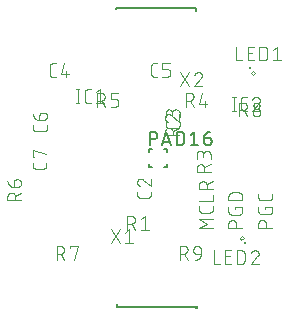
<source format=gbr>
G04 EAGLE Gerber RS-274X export*
G75*
%MOMM*%
%FSLAX34Y34*%
%LPD*%
%INSilkscreen Top*%
%IPPOS*%
%AMOC8*
5,1,8,0,0,1.08239X$1,22.5*%
G01*
%ADD10C,0.101600*%
%ADD11C,0.063400*%
%ADD12C,0.250000*%
%ADD13C,0.152400*%
%ADD14C,0.127000*%
%ADD15C,0.203200*%


D10*
X204722Y591171D02*
X204722Y588574D01*
X204720Y588475D01*
X204714Y588375D01*
X204705Y588276D01*
X204692Y588178D01*
X204675Y588080D01*
X204654Y587982D01*
X204629Y587886D01*
X204601Y587791D01*
X204569Y587697D01*
X204534Y587604D01*
X204495Y587512D01*
X204452Y587422D01*
X204407Y587334D01*
X204357Y587247D01*
X204305Y587163D01*
X204249Y587080D01*
X204191Y587000D01*
X204129Y586922D01*
X204064Y586847D01*
X203996Y586774D01*
X203926Y586704D01*
X203853Y586636D01*
X203778Y586571D01*
X203700Y586509D01*
X203620Y586451D01*
X203537Y586395D01*
X203453Y586343D01*
X203366Y586293D01*
X203278Y586248D01*
X203188Y586205D01*
X203096Y586166D01*
X203003Y586131D01*
X202909Y586099D01*
X202814Y586071D01*
X202718Y586046D01*
X202620Y586025D01*
X202522Y586008D01*
X202424Y585995D01*
X202325Y585986D01*
X202225Y585980D01*
X202126Y585978D01*
X195634Y585978D01*
X195535Y585980D01*
X195435Y585986D01*
X195336Y585995D01*
X195238Y586008D01*
X195140Y586026D01*
X195042Y586046D01*
X194946Y586071D01*
X194850Y586099D01*
X194756Y586131D01*
X194663Y586166D01*
X194572Y586205D01*
X194482Y586248D01*
X194393Y586293D01*
X194307Y586343D01*
X194222Y586395D01*
X194140Y586451D01*
X194060Y586510D01*
X193982Y586571D01*
X193906Y586636D01*
X193833Y586704D01*
X193763Y586774D01*
X193695Y586847D01*
X193630Y586923D01*
X193569Y587001D01*
X193510Y587081D01*
X193454Y587163D01*
X193402Y587248D01*
X193353Y587334D01*
X193307Y587423D01*
X193264Y587513D01*
X193225Y587604D01*
X193190Y587697D01*
X193158Y587791D01*
X193130Y587887D01*
X193105Y587983D01*
X193085Y588081D01*
X193067Y588179D01*
X193054Y588277D01*
X193045Y588376D01*
X193039Y588475D01*
X193037Y588575D01*
X193038Y588574D02*
X193038Y591171D01*
X193038Y599106D02*
X193040Y599213D01*
X193046Y599319D01*
X193056Y599425D01*
X193069Y599531D01*
X193087Y599637D01*
X193108Y599741D01*
X193133Y599845D01*
X193162Y599948D01*
X193194Y600049D01*
X193231Y600149D01*
X193271Y600248D01*
X193314Y600346D01*
X193361Y600442D01*
X193412Y600536D01*
X193466Y600628D01*
X193523Y600718D01*
X193583Y600806D01*
X193647Y600891D01*
X193714Y600974D01*
X193784Y601055D01*
X193856Y601133D01*
X193932Y601209D01*
X194010Y601281D01*
X194091Y601351D01*
X194174Y601418D01*
X194259Y601482D01*
X194347Y601542D01*
X194437Y601599D01*
X194529Y601653D01*
X194623Y601704D01*
X194719Y601751D01*
X194817Y601794D01*
X194916Y601834D01*
X195016Y601871D01*
X195117Y601903D01*
X195220Y601932D01*
X195324Y601957D01*
X195428Y601978D01*
X195534Y601996D01*
X195640Y602009D01*
X195746Y602019D01*
X195852Y602025D01*
X195959Y602027D01*
X193038Y599106D02*
X193040Y598985D01*
X193046Y598864D01*
X193056Y598744D01*
X193069Y598623D01*
X193087Y598504D01*
X193108Y598384D01*
X193133Y598266D01*
X193162Y598149D01*
X193195Y598032D01*
X193231Y597917D01*
X193272Y597803D01*
X193315Y597690D01*
X193363Y597578D01*
X193414Y597469D01*
X193469Y597361D01*
X193527Y597254D01*
X193588Y597150D01*
X193653Y597048D01*
X193721Y596948D01*
X193792Y596850D01*
X193866Y596754D01*
X193943Y596661D01*
X194024Y596571D01*
X194107Y596483D01*
X194193Y596398D01*
X194282Y596315D01*
X194373Y596236D01*
X194467Y596159D01*
X194563Y596086D01*
X194661Y596016D01*
X194762Y595949D01*
X194865Y595885D01*
X194970Y595825D01*
X195077Y595767D01*
X195185Y595714D01*
X195295Y595664D01*
X195407Y595618D01*
X195520Y595575D01*
X195635Y595536D01*
X198231Y601053D02*
X198153Y601132D01*
X198073Y601208D01*
X197990Y601281D01*
X197904Y601351D01*
X197817Y601418D01*
X197726Y601482D01*
X197634Y601542D01*
X197540Y601600D01*
X197443Y601654D01*
X197345Y601704D01*
X197245Y601751D01*
X197144Y601795D01*
X197041Y601835D01*
X196936Y601871D01*
X196831Y601903D01*
X196724Y601932D01*
X196617Y601957D01*
X196508Y601979D01*
X196399Y601996D01*
X196290Y602010D01*
X196180Y602019D01*
X196069Y602025D01*
X195959Y602027D01*
X198231Y601054D02*
X204722Y595536D01*
X204722Y602027D01*
X229112Y647244D02*
X229112Y649841D01*
X229112Y647244D02*
X229110Y647145D01*
X229104Y647045D01*
X229095Y646946D01*
X229082Y646848D01*
X229065Y646750D01*
X229044Y646652D01*
X229019Y646556D01*
X228991Y646461D01*
X228959Y646367D01*
X228924Y646274D01*
X228885Y646182D01*
X228842Y646092D01*
X228797Y646004D01*
X228747Y645917D01*
X228695Y645833D01*
X228639Y645750D01*
X228581Y645670D01*
X228519Y645592D01*
X228454Y645517D01*
X228386Y645444D01*
X228316Y645374D01*
X228243Y645306D01*
X228168Y645241D01*
X228090Y645179D01*
X228010Y645121D01*
X227927Y645065D01*
X227843Y645013D01*
X227756Y644963D01*
X227668Y644918D01*
X227578Y644875D01*
X227486Y644836D01*
X227393Y644801D01*
X227299Y644769D01*
X227204Y644741D01*
X227108Y644716D01*
X227010Y644695D01*
X226912Y644678D01*
X226814Y644665D01*
X226715Y644656D01*
X226615Y644650D01*
X226516Y644648D01*
X220024Y644648D01*
X219925Y644650D01*
X219825Y644656D01*
X219726Y644665D01*
X219628Y644678D01*
X219530Y644696D01*
X219432Y644716D01*
X219336Y644741D01*
X219240Y644769D01*
X219146Y644801D01*
X219053Y644836D01*
X218962Y644875D01*
X218872Y644918D01*
X218783Y644963D01*
X218697Y645013D01*
X218612Y645065D01*
X218530Y645121D01*
X218450Y645180D01*
X218372Y645241D01*
X218296Y645306D01*
X218223Y645374D01*
X218153Y645444D01*
X218085Y645517D01*
X218020Y645593D01*
X217959Y645671D01*
X217900Y645751D01*
X217844Y645833D01*
X217792Y645918D01*
X217743Y646004D01*
X217697Y646093D01*
X217654Y646183D01*
X217615Y646274D01*
X217580Y646367D01*
X217548Y646461D01*
X217520Y646557D01*
X217495Y646653D01*
X217475Y646751D01*
X217457Y646849D01*
X217444Y646947D01*
X217435Y647046D01*
X217429Y647145D01*
X217427Y647245D01*
X217428Y647244D02*
X217428Y649841D01*
X229112Y654206D02*
X229112Y657452D01*
X229110Y657565D01*
X229104Y657678D01*
X229094Y657791D01*
X229080Y657904D01*
X229063Y658016D01*
X229041Y658127D01*
X229016Y658237D01*
X228986Y658347D01*
X228953Y658455D01*
X228916Y658562D01*
X228876Y658668D01*
X228831Y658772D01*
X228783Y658875D01*
X228732Y658976D01*
X228677Y659075D01*
X228619Y659172D01*
X228557Y659267D01*
X228492Y659360D01*
X228424Y659450D01*
X228353Y659538D01*
X228278Y659624D01*
X228201Y659707D01*
X228121Y659787D01*
X228038Y659864D01*
X227952Y659939D01*
X227864Y660010D01*
X227774Y660078D01*
X227681Y660143D01*
X227586Y660205D01*
X227489Y660263D01*
X227390Y660318D01*
X227289Y660369D01*
X227186Y660417D01*
X227082Y660462D01*
X226976Y660502D01*
X226869Y660539D01*
X226761Y660572D01*
X226651Y660602D01*
X226541Y660627D01*
X226430Y660649D01*
X226318Y660666D01*
X226205Y660680D01*
X226092Y660690D01*
X225979Y660696D01*
X225866Y660698D01*
X225753Y660696D01*
X225640Y660690D01*
X225527Y660680D01*
X225414Y660666D01*
X225302Y660649D01*
X225191Y660627D01*
X225081Y660602D01*
X224971Y660572D01*
X224863Y660539D01*
X224756Y660502D01*
X224650Y660462D01*
X224546Y660417D01*
X224443Y660369D01*
X224342Y660318D01*
X224243Y660263D01*
X224146Y660205D01*
X224051Y660143D01*
X223958Y660078D01*
X223868Y660010D01*
X223780Y659939D01*
X223694Y659864D01*
X223611Y659787D01*
X223531Y659707D01*
X223454Y659624D01*
X223379Y659538D01*
X223308Y659450D01*
X223240Y659360D01*
X223175Y659267D01*
X223113Y659172D01*
X223055Y659075D01*
X223000Y658976D01*
X222949Y658875D01*
X222901Y658772D01*
X222856Y658668D01*
X222816Y658562D01*
X222779Y658455D01*
X222746Y658347D01*
X222716Y658237D01*
X222691Y658127D01*
X222669Y658016D01*
X222652Y657904D01*
X222638Y657791D01*
X222628Y657678D01*
X222622Y657565D01*
X222620Y657452D01*
X217428Y658101D02*
X217428Y654206D01*
X217428Y658101D02*
X217430Y658202D01*
X217436Y658302D01*
X217446Y658402D01*
X217459Y658502D01*
X217477Y658601D01*
X217498Y658700D01*
X217523Y658797D01*
X217552Y658894D01*
X217585Y658989D01*
X217621Y659083D01*
X217661Y659175D01*
X217704Y659266D01*
X217751Y659355D01*
X217801Y659442D01*
X217855Y659528D01*
X217912Y659611D01*
X217972Y659691D01*
X218035Y659770D01*
X218102Y659846D01*
X218171Y659919D01*
X218243Y659989D01*
X218317Y660057D01*
X218394Y660122D01*
X218474Y660183D01*
X218556Y660242D01*
X218640Y660297D01*
X218726Y660349D01*
X218814Y660398D01*
X218904Y660443D01*
X218996Y660485D01*
X219089Y660523D01*
X219184Y660557D01*
X219279Y660588D01*
X219376Y660615D01*
X219474Y660638D01*
X219573Y660658D01*
X219673Y660673D01*
X219773Y660685D01*
X219873Y660693D01*
X219974Y660697D01*
X220074Y660697D01*
X220175Y660693D01*
X220275Y660685D01*
X220375Y660673D01*
X220475Y660658D01*
X220574Y660638D01*
X220672Y660615D01*
X220769Y660588D01*
X220864Y660557D01*
X220959Y660523D01*
X221052Y660485D01*
X221144Y660443D01*
X221234Y660398D01*
X221322Y660349D01*
X221408Y660297D01*
X221492Y660242D01*
X221574Y660183D01*
X221654Y660122D01*
X221731Y660057D01*
X221805Y659989D01*
X221877Y659919D01*
X221946Y659846D01*
X222013Y659770D01*
X222076Y659691D01*
X222136Y659611D01*
X222193Y659528D01*
X222247Y659442D01*
X222297Y659355D01*
X222344Y659266D01*
X222387Y659175D01*
X222427Y659083D01*
X222463Y658989D01*
X222496Y658894D01*
X222525Y658797D01*
X222550Y658700D01*
X222571Y658601D01*
X222589Y658502D01*
X222602Y658402D01*
X222612Y658302D01*
X222618Y658202D01*
X222620Y658101D01*
X222621Y658101D02*
X222621Y655504D01*
X124321Y688088D02*
X121724Y688088D01*
X121625Y688090D01*
X121525Y688096D01*
X121426Y688105D01*
X121328Y688118D01*
X121230Y688135D01*
X121132Y688156D01*
X121036Y688181D01*
X120941Y688209D01*
X120847Y688241D01*
X120754Y688276D01*
X120662Y688315D01*
X120572Y688358D01*
X120484Y688403D01*
X120397Y688453D01*
X120313Y688505D01*
X120230Y688561D01*
X120150Y688619D01*
X120072Y688681D01*
X119997Y688746D01*
X119924Y688814D01*
X119854Y688884D01*
X119786Y688957D01*
X119721Y689032D01*
X119659Y689110D01*
X119601Y689190D01*
X119545Y689273D01*
X119493Y689357D01*
X119443Y689444D01*
X119398Y689532D01*
X119355Y689622D01*
X119316Y689714D01*
X119281Y689807D01*
X119249Y689901D01*
X119221Y689996D01*
X119196Y690092D01*
X119175Y690190D01*
X119158Y690288D01*
X119145Y690386D01*
X119136Y690485D01*
X119130Y690585D01*
X119128Y690684D01*
X119128Y697176D01*
X119130Y697275D01*
X119136Y697375D01*
X119145Y697474D01*
X119158Y697572D01*
X119175Y697670D01*
X119196Y697768D01*
X119221Y697864D01*
X119249Y697959D01*
X119281Y698053D01*
X119316Y698146D01*
X119355Y698238D01*
X119398Y698328D01*
X119443Y698416D01*
X119493Y698503D01*
X119545Y698587D01*
X119601Y698670D01*
X119659Y698750D01*
X119721Y698828D01*
X119786Y698903D01*
X119854Y698976D01*
X119924Y699046D01*
X119997Y699114D01*
X120072Y699179D01*
X120150Y699241D01*
X120230Y699299D01*
X120313Y699355D01*
X120397Y699407D01*
X120484Y699457D01*
X120572Y699502D01*
X120662Y699545D01*
X120754Y699584D01*
X120846Y699619D01*
X120941Y699651D01*
X121036Y699679D01*
X121132Y699704D01*
X121230Y699725D01*
X121328Y699742D01*
X121426Y699755D01*
X121525Y699764D01*
X121625Y699770D01*
X121724Y699772D01*
X124321Y699772D01*
X131283Y699772D02*
X128686Y690684D01*
X135177Y690684D01*
X133230Y693281D02*
X133230Y688088D01*
X207574Y688338D02*
X210171Y688338D01*
X207574Y688338D02*
X207475Y688340D01*
X207375Y688346D01*
X207276Y688355D01*
X207178Y688368D01*
X207080Y688385D01*
X206982Y688406D01*
X206886Y688431D01*
X206791Y688459D01*
X206697Y688491D01*
X206604Y688526D01*
X206512Y688565D01*
X206422Y688608D01*
X206334Y688653D01*
X206247Y688703D01*
X206163Y688755D01*
X206080Y688811D01*
X206000Y688869D01*
X205922Y688931D01*
X205847Y688996D01*
X205774Y689064D01*
X205704Y689134D01*
X205636Y689207D01*
X205571Y689282D01*
X205509Y689360D01*
X205451Y689440D01*
X205395Y689523D01*
X205343Y689607D01*
X205293Y689694D01*
X205248Y689782D01*
X205205Y689872D01*
X205166Y689964D01*
X205131Y690057D01*
X205099Y690151D01*
X205071Y690246D01*
X205046Y690342D01*
X205025Y690440D01*
X205008Y690538D01*
X204995Y690636D01*
X204986Y690735D01*
X204980Y690835D01*
X204978Y690934D01*
X204978Y697426D01*
X204980Y697525D01*
X204986Y697625D01*
X204995Y697724D01*
X205008Y697822D01*
X205025Y697920D01*
X205046Y698018D01*
X205071Y698114D01*
X205099Y698209D01*
X205131Y698303D01*
X205166Y698396D01*
X205205Y698488D01*
X205248Y698578D01*
X205293Y698666D01*
X205343Y698753D01*
X205395Y698837D01*
X205451Y698920D01*
X205509Y699000D01*
X205571Y699078D01*
X205636Y699153D01*
X205704Y699226D01*
X205774Y699296D01*
X205847Y699364D01*
X205922Y699429D01*
X206000Y699491D01*
X206080Y699549D01*
X206163Y699605D01*
X206247Y699657D01*
X206334Y699707D01*
X206422Y699752D01*
X206512Y699795D01*
X206604Y699834D01*
X206696Y699869D01*
X206791Y699901D01*
X206886Y699929D01*
X206982Y699954D01*
X207080Y699975D01*
X207178Y699992D01*
X207276Y700005D01*
X207375Y700014D01*
X207475Y700020D01*
X207574Y700022D01*
X210171Y700022D01*
X214536Y688338D02*
X218431Y688338D01*
X218530Y688340D01*
X218630Y688346D01*
X218729Y688355D01*
X218827Y688368D01*
X218925Y688385D01*
X219023Y688406D01*
X219119Y688431D01*
X219214Y688459D01*
X219308Y688491D01*
X219401Y688526D01*
X219493Y688565D01*
X219583Y688608D01*
X219671Y688653D01*
X219758Y688703D01*
X219842Y688755D01*
X219925Y688811D01*
X220005Y688869D01*
X220083Y688931D01*
X220158Y688996D01*
X220231Y689064D01*
X220301Y689134D01*
X220369Y689207D01*
X220434Y689282D01*
X220496Y689360D01*
X220554Y689440D01*
X220610Y689523D01*
X220662Y689607D01*
X220712Y689694D01*
X220757Y689782D01*
X220800Y689872D01*
X220839Y689964D01*
X220874Y690057D01*
X220906Y690151D01*
X220934Y690246D01*
X220959Y690342D01*
X220980Y690440D01*
X220997Y690538D01*
X221010Y690636D01*
X221019Y690735D01*
X221025Y690835D01*
X221027Y690934D01*
X221027Y692233D01*
X221025Y692332D01*
X221019Y692432D01*
X221010Y692531D01*
X220997Y692629D01*
X220980Y692727D01*
X220959Y692825D01*
X220934Y692921D01*
X220906Y693016D01*
X220874Y693110D01*
X220839Y693203D01*
X220800Y693295D01*
X220757Y693385D01*
X220712Y693473D01*
X220662Y693560D01*
X220610Y693644D01*
X220554Y693727D01*
X220496Y693807D01*
X220434Y693885D01*
X220369Y693960D01*
X220301Y694033D01*
X220231Y694103D01*
X220158Y694171D01*
X220083Y694236D01*
X220005Y694298D01*
X219925Y694356D01*
X219842Y694412D01*
X219758Y694464D01*
X219671Y694514D01*
X219583Y694559D01*
X219493Y694602D01*
X219401Y694641D01*
X219308Y694676D01*
X219214Y694708D01*
X219119Y694736D01*
X219023Y694761D01*
X218925Y694782D01*
X218827Y694799D01*
X218729Y694812D01*
X218630Y694821D01*
X218530Y694827D01*
X218431Y694829D01*
X214536Y694829D01*
X214536Y700022D01*
X221027Y700022D01*
X116838Y647258D02*
X116838Y644661D01*
X116836Y644562D01*
X116830Y644462D01*
X116821Y644363D01*
X116808Y644265D01*
X116791Y644167D01*
X116770Y644069D01*
X116745Y643973D01*
X116717Y643878D01*
X116685Y643784D01*
X116650Y643691D01*
X116611Y643599D01*
X116568Y643509D01*
X116523Y643421D01*
X116473Y643334D01*
X116421Y643250D01*
X116365Y643167D01*
X116307Y643087D01*
X116245Y643009D01*
X116180Y642934D01*
X116112Y642861D01*
X116042Y642791D01*
X115969Y642723D01*
X115894Y642658D01*
X115816Y642596D01*
X115736Y642538D01*
X115653Y642482D01*
X115569Y642430D01*
X115482Y642380D01*
X115394Y642335D01*
X115304Y642292D01*
X115212Y642253D01*
X115119Y642218D01*
X115025Y642186D01*
X114930Y642158D01*
X114834Y642133D01*
X114736Y642112D01*
X114638Y642095D01*
X114540Y642082D01*
X114441Y642073D01*
X114341Y642067D01*
X114242Y642065D01*
X107750Y642065D01*
X107750Y642064D02*
X107651Y642066D01*
X107551Y642072D01*
X107452Y642081D01*
X107354Y642094D01*
X107256Y642112D01*
X107158Y642132D01*
X107062Y642157D01*
X106966Y642185D01*
X106872Y642217D01*
X106779Y642252D01*
X106688Y642291D01*
X106598Y642334D01*
X106509Y642379D01*
X106423Y642429D01*
X106338Y642481D01*
X106256Y642537D01*
X106176Y642596D01*
X106098Y642657D01*
X106022Y642722D01*
X105949Y642790D01*
X105879Y642860D01*
X105811Y642933D01*
X105746Y643009D01*
X105685Y643087D01*
X105626Y643167D01*
X105570Y643249D01*
X105518Y643334D01*
X105469Y643420D01*
X105423Y643509D01*
X105380Y643599D01*
X105341Y643690D01*
X105306Y643783D01*
X105274Y643877D01*
X105246Y643973D01*
X105221Y644069D01*
X105201Y644167D01*
X105183Y644265D01*
X105170Y644363D01*
X105161Y644462D01*
X105155Y644561D01*
X105153Y644661D01*
X105154Y644661D02*
X105154Y647258D01*
X110347Y651623D02*
X110347Y655518D01*
X110349Y655617D01*
X110355Y655717D01*
X110364Y655816D01*
X110377Y655914D01*
X110394Y656012D01*
X110415Y656110D01*
X110440Y656206D01*
X110468Y656301D01*
X110500Y656395D01*
X110535Y656488D01*
X110574Y656580D01*
X110617Y656670D01*
X110662Y656758D01*
X110712Y656845D01*
X110764Y656929D01*
X110820Y657012D01*
X110878Y657092D01*
X110940Y657170D01*
X111005Y657245D01*
X111073Y657318D01*
X111143Y657388D01*
X111216Y657456D01*
X111291Y657521D01*
X111369Y657583D01*
X111449Y657641D01*
X111532Y657697D01*
X111616Y657749D01*
X111703Y657799D01*
X111791Y657844D01*
X111881Y657887D01*
X111973Y657926D01*
X112066Y657961D01*
X112160Y657993D01*
X112255Y658021D01*
X112351Y658046D01*
X112449Y658067D01*
X112547Y658084D01*
X112645Y658097D01*
X112744Y658106D01*
X112844Y658112D01*
X112943Y658114D01*
X113592Y658114D01*
X113705Y658112D01*
X113818Y658106D01*
X113931Y658096D01*
X114044Y658082D01*
X114156Y658065D01*
X114267Y658043D01*
X114377Y658018D01*
X114487Y657988D01*
X114595Y657955D01*
X114702Y657918D01*
X114808Y657878D01*
X114912Y657833D01*
X115015Y657785D01*
X115116Y657734D01*
X115215Y657679D01*
X115312Y657621D01*
X115407Y657559D01*
X115500Y657494D01*
X115590Y657426D01*
X115678Y657355D01*
X115764Y657280D01*
X115847Y657203D01*
X115927Y657123D01*
X116004Y657040D01*
X116079Y656954D01*
X116150Y656866D01*
X116218Y656776D01*
X116283Y656683D01*
X116345Y656588D01*
X116403Y656491D01*
X116458Y656392D01*
X116509Y656291D01*
X116557Y656188D01*
X116602Y656084D01*
X116642Y655978D01*
X116679Y655871D01*
X116712Y655763D01*
X116742Y655653D01*
X116767Y655543D01*
X116789Y655432D01*
X116806Y655320D01*
X116820Y655207D01*
X116830Y655094D01*
X116836Y654981D01*
X116838Y654868D01*
X116836Y654755D01*
X116830Y654642D01*
X116820Y654529D01*
X116806Y654416D01*
X116789Y654304D01*
X116767Y654193D01*
X116742Y654083D01*
X116712Y653973D01*
X116679Y653865D01*
X116642Y653758D01*
X116602Y653652D01*
X116557Y653548D01*
X116509Y653445D01*
X116458Y653344D01*
X116403Y653245D01*
X116345Y653148D01*
X116283Y653053D01*
X116218Y652960D01*
X116150Y652870D01*
X116079Y652782D01*
X116004Y652696D01*
X115927Y652613D01*
X115847Y652533D01*
X115764Y652456D01*
X115678Y652381D01*
X115590Y652310D01*
X115500Y652242D01*
X115407Y652177D01*
X115312Y652115D01*
X115215Y652057D01*
X115116Y652002D01*
X115015Y651951D01*
X114912Y651903D01*
X114808Y651858D01*
X114702Y651818D01*
X114595Y651781D01*
X114487Y651748D01*
X114377Y651718D01*
X114267Y651693D01*
X114156Y651671D01*
X114044Y651654D01*
X113931Y651640D01*
X113818Y651630D01*
X113705Y651624D01*
X113592Y651622D01*
X113592Y651623D02*
X110347Y651623D01*
X110204Y651625D01*
X110061Y651631D01*
X109918Y651641D01*
X109776Y651655D01*
X109634Y651672D01*
X109492Y651694D01*
X109351Y651719D01*
X109211Y651749D01*
X109072Y651782D01*
X108934Y651819D01*
X108797Y651860D01*
X108661Y651904D01*
X108526Y651953D01*
X108393Y652005D01*
X108261Y652060D01*
X108131Y652120D01*
X108002Y652183D01*
X107875Y652249D01*
X107751Y652319D01*
X107628Y652392D01*
X107507Y652469D01*
X107388Y652548D01*
X107272Y652632D01*
X107157Y652718D01*
X107046Y652807D01*
X106937Y652900D01*
X106830Y652995D01*
X106726Y653094D01*
X106625Y653195D01*
X106526Y653299D01*
X106431Y653405D01*
X106338Y653515D01*
X106249Y653626D01*
X106163Y653740D01*
X106080Y653857D01*
X106000Y653976D01*
X105923Y654097D01*
X105850Y654219D01*
X105780Y654344D01*
X105714Y654471D01*
X105651Y654600D01*
X105591Y654730D01*
X105536Y654862D01*
X105484Y654995D01*
X105435Y655130D01*
X105391Y655266D01*
X105350Y655403D01*
X105313Y655541D01*
X105280Y655680D01*
X105250Y655820D01*
X105225Y655961D01*
X105203Y656103D01*
X105186Y656245D01*
X105172Y656387D01*
X105162Y656530D01*
X105156Y656673D01*
X105154Y656816D01*
X142776Y665988D02*
X142776Y677672D01*
X141478Y665988D02*
X144074Y665988D01*
X144074Y677672D02*
X141478Y677672D01*
X151238Y665988D02*
X153834Y665988D01*
X151238Y665988D02*
X151139Y665990D01*
X151039Y665996D01*
X150940Y666005D01*
X150842Y666018D01*
X150744Y666035D01*
X150646Y666056D01*
X150550Y666081D01*
X150455Y666109D01*
X150361Y666141D01*
X150268Y666176D01*
X150176Y666215D01*
X150086Y666258D01*
X149998Y666303D01*
X149911Y666353D01*
X149827Y666405D01*
X149744Y666461D01*
X149664Y666519D01*
X149586Y666581D01*
X149511Y666646D01*
X149438Y666714D01*
X149368Y666784D01*
X149300Y666857D01*
X149235Y666932D01*
X149173Y667010D01*
X149115Y667090D01*
X149059Y667173D01*
X149007Y667257D01*
X148957Y667344D01*
X148912Y667432D01*
X148869Y667522D01*
X148830Y667614D01*
X148795Y667707D01*
X148763Y667801D01*
X148735Y667896D01*
X148710Y667992D01*
X148689Y668090D01*
X148672Y668188D01*
X148659Y668286D01*
X148650Y668385D01*
X148644Y668485D01*
X148642Y668584D01*
X148641Y668584D02*
X148641Y675076D01*
X148642Y675076D02*
X148644Y675175D01*
X148650Y675275D01*
X148659Y675374D01*
X148672Y675472D01*
X148689Y675570D01*
X148710Y675668D01*
X148735Y675764D01*
X148763Y675859D01*
X148795Y675953D01*
X148830Y676046D01*
X148869Y676138D01*
X148912Y676228D01*
X148957Y676316D01*
X149007Y676403D01*
X149059Y676487D01*
X149115Y676570D01*
X149173Y676650D01*
X149235Y676728D01*
X149300Y676803D01*
X149368Y676876D01*
X149438Y676946D01*
X149511Y677014D01*
X149586Y677079D01*
X149664Y677141D01*
X149744Y677199D01*
X149827Y677255D01*
X149911Y677307D01*
X149998Y677357D01*
X150086Y677402D01*
X150176Y677445D01*
X150268Y677484D01*
X150360Y677519D01*
X150455Y677551D01*
X150550Y677579D01*
X150646Y677604D01*
X150744Y677625D01*
X150842Y677642D01*
X150940Y677655D01*
X151039Y677664D01*
X151139Y677670D01*
X151238Y677672D01*
X153834Y677672D01*
X158200Y675076D02*
X161445Y677672D01*
X161445Y665988D01*
X158200Y665988D02*
X164691Y665988D01*
X275110Y671324D02*
X275110Y659640D01*
X273812Y659640D02*
X276408Y659640D01*
X276408Y671324D02*
X273812Y671324D01*
X283572Y659640D02*
X286168Y659640D01*
X283572Y659640D02*
X283473Y659642D01*
X283373Y659648D01*
X283274Y659657D01*
X283176Y659670D01*
X283078Y659687D01*
X282980Y659708D01*
X282884Y659733D01*
X282789Y659761D01*
X282695Y659793D01*
X282602Y659828D01*
X282510Y659867D01*
X282420Y659910D01*
X282332Y659955D01*
X282245Y660005D01*
X282161Y660057D01*
X282078Y660113D01*
X281998Y660171D01*
X281920Y660233D01*
X281845Y660298D01*
X281772Y660366D01*
X281702Y660436D01*
X281634Y660509D01*
X281569Y660584D01*
X281507Y660662D01*
X281449Y660742D01*
X281393Y660825D01*
X281341Y660909D01*
X281291Y660996D01*
X281246Y661084D01*
X281203Y661174D01*
X281164Y661266D01*
X281129Y661359D01*
X281097Y661453D01*
X281069Y661548D01*
X281044Y661644D01*
X281023Y661742D01*
X281006Y661840D01*
X280993Y661938D01*
X280984Y662037D01*
X280978Y662137D01*
X280976Y662236D01*
X280975Y662236D02*
X280975Y668728D01*
X280976Y668728D02*
X280978Y668827D01*
X280984Y668927D01*
X280993Y669026D01*
X281006Y669124D01*
X281023Y669222D01*
X281044Y669320D01*
X281069Y669416D01*
X281097Y669511D01*
X281129Y669605D01*
X281164Y669698D01*
X281203Y669790D01*
X281246Y669880D01*
X281291Y669968D01*
X281341Y670055D01*
X281393Y670139D01*
X281449Y670222D01*
X281507Y670302D01*
X281569Y670380D01*
X281634Y670455D01*
X281702Y670528D01*
X281772Y670598D01*
X281845Y670666D01*
X281920Y670731D01*
X281998Y670793D01*
X282078Y670851D01*
X282161Y670907D01*
X282245Y670959D01*
X282332Y671009D01*
X282420Y671054D01*
X282510Y671097D01*
X282602Y671136D01*
X282694Y671171D01*
X282789Y671203D01*
X282884Y671231D01*
X282980Y671256D01*
X283078Y671277D01*
X283176Y671294D01*
X283274Y671307D01*
X283373Y671316D01*
X283473Y671322D01*
X283572Y671324D01*
X286168Y671324D01*
X294104Y671324D02*
X294211Y671322D01*
X294317Y671316D01*
X294423Y671306D01*
X294529Y671293D01*
X294635Y671275D01*
X294739Y671254D01*
X294843Y671229D01*
X294946Y671200D01*
X295047Y671168D01*
X295147Y671131D01*
X295246Y671091D01*
X295344Y671048D01*
X295440Y671001D01*
X295534Y670950D01*
X295626Y670896D01*
X295716Y670839D01*
X295804Y670779D01*
X295889Y670715D01*
X295972Y670648D01*
X296053Y670578D01*
X296131Y670506D01*
X296207Y670430D01*
X296279Y670352D01*
X296349Y670271D01*
X296416Y670188D01*
X296480Y670103D01*
X296540Y670015D01*
X296597Y669925D01*
X296651Y669833D01*
X296702Y669739D01*
X296749Y669643D01*
X296792Y669545D01*
X296832Y669446D01*
X296869Y669346D01*
X296901Y669245D01*
X296930Y669142D01*
X296955Y669038D01*
X296976Y668934D01*
X296994Y668828D01*
X297007Y668722D01*
X297017Y668616D01*
X297023Y668510D01*
X297025Y668403D01*
X294104Y671324D02*
X293983Y671322D01*
X293862Y671316D01*
X293742Y671306D01*
X293621Y671293D01*
X293502Y671275D01*
X293382Y671254D01*
X293264Y671229D01*
X293147Y671200D01*
X293030Y671167D01*
X292915Y671131D01*
X292801Y671090D01*
X292688Y671047D01*
X292576Y670999D01*
X292467Y670948D01*
X292359Y670893D01*
X292252Y670835D01*
X292148Y670774D01*
X292046Y670709D01*
X291946Y670641D01*
X291848Y670570D01*
X291752Y670496D01*
X291659Y670419D01*
X291569Y670338D01*
X291481Y670255D01*
X291396Y670169D01*
X291313Y670080D01*
X291234Y669989D01*
X291157Y669895D01*
X291084Y669799D01*
X291014Y669701D01*
X290947Y669600D01*
X290883Y669497D01*
X290823Y669392D01*
X290766Y669285D01*
X290712Y669177D01*
X290662Y669067D01*
X290616Y668955D01*
X290573Y668842D01*
X290534Y668727D01*
X296051Y666131D02*
X296130Y666208D01*
X296206Y666289D01*
X296279Y666372D01*
X296349Y666457D01*
X296416Y666545D01*
X296480Y666635D01*
X296540Y666727D01*
X296597Y666822D01*
X296651Y666918D01*
X296702Y667016D01*
X296749Y667116D01*
X296793Y667218D01*
X296833Y667321D01*
X296869Y667425D01*
X296901Y667531D01*
X296930Y667637D01*
X296955Y667745D01*
X296977Y667853D01*
X296994Y667963D01*
X297008Y668072D01*
X297017Y668182D01*
X297023Y668293D01*
X297025Y668403D01*
X296051Y666131D02*
X290534Y659640D01*
X297025Y659640D01*
X184916Y570490D02*
X184916Y558806D01*
X184916Y570490D02*
X188162Y570490D01*
X188275Y570488D01*
X188388Y570482D01*
X188501Y570472D01*
X188614Y570458D01*
X188726Y570441D01*
X188837Y570419D01*
X188947Y570394D01*
X189057Y570364D01*
X189165Y570331D01*
X189272Y570294D01*
X189378Y570254D01*
X189482Y570209D01*
X189585Y570161D01*
X189686Y570110D01*
X189785Y570055D01*
X189882Y569997D01*
X189977Y569935D01*
X190070Y569870D01*
X190160Y569802D01*
X190248Y569731D01*
X190334Y569656D01*
X190417Y569579D01*
X190497Y569499D01*
X190574Y569416D01*
X190649Y569330D01*
X190720Y569242D01*
X190788Y569152D01*
X190853Y569059D01*
X190915Y568964D01*
X190973Y568867D01*
X191028Y568768D01*
X191079Y568667D01*
X191127Y568564D01*
X191172Y568460D01*
X191212Y568354D01*
X191249Y568247D01*
X191282Y568139D01*
X191312Y568029D01*
X191337Y567919D01*
X191359Y567808D01*
X191376Y567696D01*
X191390Y567583D01*
X191400Y567470D01*
X191406Y567357D01*
X191408Y567244D01*
X191406Y567131D01*
X191400Y567018D01*
X191390Y566905D01*
X191376Y566792D01*
X191359Y566680D01*
X191337Y566569D01*
X191312Y566459D01*
X191282Y566349D01*
X191249Y566241D01*
X191212Y566134D01*
X191172Y566028D01*
X191127Y565924D01*
X191079Y565821D01*
X191028Y565720D01*
X190973Y565621D01*
X190915Y565524D01*
X190853Y565429D01*
X190788Y565336D01*
X190720Y565246D01*
X190649Y565158D01*
X190574Y565072D01*
X190497Y564989D01*
X190417Y564909D01*
X190334Y564832D01*
X190248Y564757D01*
X190160Y564686D01*
X190070Y564618D01*
X189977Y564553D01*
X189882Y564491D01*
X189785Y564433D01*
X189686Y564378D01*
X189585Y564327D01*
X189482Y564279D01*
X189378Y564234D01*
X189272Y564194D01*
X189165Y564157D01*
X189057Y564124D01*
X188947Y564094D01*
X188837Y564069D01*
X188726Y564047D01*
X188614Y564030D01*
X188501Y564016D01*
X188388Y564006D01*
X188275Y564000D01*
X188162Y563998D01*
X188162Y563999D02*
X184916Y563999D01*
X188811Y563999D02*
X191407Y558806D01*
X196272Y567894D02*
X199518Y570490D01*
X199518Y558806D01*
X202763Y558806D02*
X196272Y558806D01*
X216658Y638735D02*
X228342Y638735D01*
X216658Y638735D02*
X216658Y641980D01*
X216660Y642093D01*
X216666Y642206D01*
X216676Y642319D01*
X216690Y642432D01*
X216707Y642544D01*
X216729Y642655D01*
X216754Y642765D01*
X216784Y642875D01*
X216817Y642983D01*
X216854Y643090D01*
X216894Y643196D01*
X216939Y643300D01*
X216987Y643403D01*
X217038Y643504D01*
X217093Y643603D01*
X217151Y643700D01*
X217213Y643795D01*
X217278Y643888D01*
X217346Y643978D01*
X217417Y644066D01*
X217492Y644152D01*
X217569Y644235D01*
X217649Y644315D01*
X217732Y644392D01*
X217818Y644467D01*
X217906Y644538D01*
X217996Y644606D01*
X218089Y644671D01*
X218184Y644733D01*
X218281Y644791D01*
X218380Y644846D01*
X218481Y644897D01*
X218584Y644945D01*
X218688Y644990D01*
X218794Y645030D01*
X218901Y645067D01*
X219009Y645100D01*
X219119Y645130D01*
X219229Y645155D01*
X219340Y645177D01*
X219452Y645194D01*
X219565Y645208D01*
X219678Y645218D01*
X219791Y645224D01*
X219904Y645226D01*
X220017Y645224D01*
X220130Y645218D01*
X220243Y645208D01*
X220356Y645194D01*
X220468Y645177D01*
X220579Y645155D01*
X220689Y645130D01*
X220799Y645100D01*
X220907Y645067D01*
X221014Y645030D01*
X221120Y644990D01*
X221224Y644945D01*
X221327Y644897D01*
X221428Y644846D01*
X221527Y644791D01*
X221624Y644733D01*
X221719Y644671D01*
X221812Y644606D01*
X221902Y644538D01*
X221990Y644467D01*
X222076Y644392D01*
X222159Y644315D01*
X222239Y644235D01*
X222316Y644152D01*
X222391Y644066D01*
X222462Y643978D01*
X222530Y643888D01*
X222595Y643795D01*
X222657Y643700D01*
X222715Y643603D01*
X222770Y643504D01*
X222821Y643403D01*
X222869Y643300D01*
X222914Y643196D01*
X222954Y643090D01*
X222991Y642983D01*
X223024Y642875D01*
X223054Y642765D01*
X223079Y642655D01*
X223101Y642544D01*
X223118Y642432D01*
X223132Y642319D01*
X223142Y642206D01*
X223148Y642093D01*
X223150Y641980D01*
X223149Y641980D02*
X223149Y638735D01*
X223149Y642629D02*
X228342Y645226D01*
X219579Y656582D02*
X219472Y656580D01*
X219366Y656574D01*
X219260Y656564D01*
X219154Y656551D01*
X219048Y656533D01*
X218944Y656512D01*
X218840Y656487D01*
X218737Y656458D01*
X218636Y656426D01*
X218536Y656389D01*
X218437Y656349D01*
X218339Y656306D01*
X218243Y656259D01*
X218149Y656208D01*
X218057Y656154D01*
X217967Y656097D01*
X217879Y656037D01*
X217794Y655973D01*
X217711Y655906D01*
X217630Y655836D01*
X217552Y655764D01*
X217476Y655688D01*
X217404Y655610D01*
X217334Y655529D01*
X217267Y655446D01*
X217203Y655361D01*
X217143Y655273D01*
X217086Y655183D01*
X217032Y655091D01*
X216981Y654997D01*
X216934Y654901D01*
X216891Y654803D01*
X216851Y654704D01*
X216814Y654604D01*
X216782Y654503D01*
X216753Y654400D01*
X216728Y654296D01*
X216707Y654192D01*
X216689Y654086D01*
X216676Y653980D01*
X216666Y653874D01*
X216660Y653768D01*
X216658Y653661D01*
X216660Y653540D01*
X216666Y653419D01*
X216676Y653299D01*
X216689Y653178D01*
X216707Y653059D01*
X216728Y652939D01*
X216753Y652821D01*
X216782Y652704D01*
X216815Y652587D01*
X216851Y652472D01*
X216892Y652358D01*
X216935Y652245D01*
X216983Y652133D01*
X217034Y652024D01*
X217089Y651916D01*
X217147Y651809D01*
X217208Y651705D01*
X217273Y651603D01*
X217341Y651503D01*
X217412Y651405D01*
X217486Y651309D01*
X217563Y651216D01*
X217644Y651126D01*
X217727Y651038D01*
X217813Y650953D01*
X217902Y650870D01*
X217993Y650791D01*
X218087Y650714D01*
X218183Y650641D01*
X218281Y650571D01*
X218382Y650504D01*
X218485Y650440D01*
X218590Y650380D01*
X218697Y650322D01*
X218805Y650269D01*
X218915Y650219D01*
X219027Y650173D01*
X219140Y650130D01*
X219255Y650091D01*
X221851Y655608D02*
X221773Y655687D01*
X221693Y655763D01*
X221610Y655836D01*
X221524Y655906D01*
X221437Y655973D01*
X221346Y656037D01*
X221254Y656097D01*
X221160Y656155D01*
X221063Y656209D01*
X220965Y656259D01*
X220865Y656306D01*
X220764Y656350D01*
X220661Y656390D01*
X220556Y656426D01*
X220451Y656458D01*
X220344Y656487D01*
X220237Y656512D01*
X220128Y656534D01*
X220019Y656551D01*
X219910Y656565D01*
X219800Y656574D01*
X219689Y656580D01*
X219579Y656582D01*
X221851Y655608D02*
X228342Y650091D01*
X228342Y656582D01*
X243588Y607755D02*
X255272Y607755D01*
X243588Y607755D02*
X243588Y611000D01*
X243590Y611113D01*
X243596Y611226D01*
X243606Y611339D01*
X243620Y611452D01*
X243637Y611564D01*
X243659Y611675D01*
X243684Y611785D01*
X243714Y611895D01*
X243747Y612003D01*
X243784Y612110D01*
X243824Y612216D01*
X243869Y612320D01*
X243917Y612423D01*
X243968Y612524D01*
X244023Y612623D01*
X244081Y612720D01*
X244143Y612815D01*
X244208Y612908D01*
X244276Y612998D01*
X244347Y613086D01*
X244422Y613172D01*
X244499Y613255D01*
X244579Y613335D01*
X244662Y613412D01*
X244748Y613487D01*
X244836Y613558D01*
X244926Y613626D01*
X245019Y613691D01*
X245114Y613753D01*
X245211Y613811D01*
X245310Y613866D01*
X245411Y613917D01*
X245514Y613965D01*
X245618Y614010D01*
X245724Y614050D01*
X245831Y614087D01*
X245939Y614120D01*
X246049Y614150D01*
X246159Y614175D01*
X246270Y614197D01*
X246382Y614214D01*
X246495Y614228D01*
X246608Y614238D01*
X246721Y614244D01*
X246834Y614246D01*
X246947Y614244D01*
X247060Y614238D01*
X247173Y614228D01*
X247286Y614214D01*
X247398Y614197D01*
X247509Y614175D01*
X247619Y614150D01*
X247729Y614120D01*
X247837Y614087D01*
X247944Y614050D01*
X248050Y614010D01*
X248154Y613965D01*
X248257Y613917D01*
X248358Y613866D01*
X248457Y613811D01*
X248554Y613753D01*
X248649Y613691D01*
X248742Y613626D01*
X248832Y613558D01*
X248920Y613487D01*
X249006Y613412D01*
X249089Y613335D01*
X249169Y613255D01*
X249246Y613172D01*
X249321Y613086D01*
X249392Y612998D01*
X249460Y612908D01*
X249525Y612815D01*
X249587Y612720D01*
X249645Y612623D01*
X249700Y612524D01*
X249751Y612423D01*
X249799Y612320D01*
X249844Y612216D01*
X249884Y612110D01*
X249921Y612003D01*
X249954Y611895D01*
X249984Y611785D01*
X250009Y611675D01*
X250031Y611564D01*
X250048Y611452D01*
X250062Y611339D01*
X250072Y611226D01*
X250078Y611113D01*
X250080Y611000D01*
X250079Y611000D02*
X250079Y607755D01*
X250079Y611649D02*
X255272Y614246D01*
X255272Y619111D02*
X255272Y622356D01*
X255270Y622469D01*
X255264Y622582D01*
X255254Y622695D01*
X255240Y622808D01*
X255223Y622920D01*
X255201Y623031D01*
X255176Y623141D01*
X255146Y623251D01*
X255113Y623359D01*
X255076Y623466D01*
X255036Y623572D01*
X254991Y623676D01*
X254943Y623779D01*
X254892Y623880D01*
X254837Y623979D01*
X254779Y624076D01*
X254717Y624171D01*
X254652Y624264D01*
X254584Y624354D01*
X254513Y624442D01*
X254438Y624528D01*
X254361Y624611D01*
X254281Y624691D01*
X254198Y624768D01*
X254112Y624843D01*
X254024Y624914D01*
X253934Y624982D01*
X253841Y625047D01*
X253746Y625109D01*
X253649Y625167D01*
X253550Y625222D01*
X253449Y625273D01*
X253346Y625321D01*
X253242Y625366D01*
X253136Y625406D01*
X253029Y625443D01*
X252921Y625476D01*
X252811Y625506D01*
X252701Y625531D01*
X252590Y625553D01*
X252478Y625570D01*
X252365Y625584D01*
X252252Y625594D01*
X252139Y625600D01*
X252026Y625602D01*
X251913Y625600D01*
X251800Y625594D01*
X251687Y625584D01*
X251574Y625570D01*
X251462Y625553D01*
X251351Y625531D01*
X251241Y625506D01*
X251131Y625476D01*
X251023Y625443D01*
X250916Y625406D01*
X250810Y625366D01*
X250706Y625321D01*
X250603Y625273D01*
X250502Y625222D01*
X250403Y625167D01*
X250306Y625109D01*
X250211Y625047D01*
X250118Y624982D01*
X250028Y624914D01*
X249940Y624843D01*
X249854Y624768D01*
X249771Y624691D01*
X249691Y624611D01*
X249614Y624528D01*
X249539Y624442D01*
X249468Y624354D01*
X249400Y624264D01*
X249335Y624171D01*
X249273Y624076D01*
X249215Y623979D01*
X249160Y623880D01*
X249109Y623779D01*
X249061Y623676D01*
X249016Y623572D01*
X248976Y623466D01*
X248939Y623359D01*
X248906Y623251D01*
X248876Y623141D01*
X248851Y623031D01*
X248829Y622920D01*
X248812Y622808D01*
X248798Y622695D01*
X248788Y622582D01*
X248782Y622469D01*
X248780Y622356D01*
X243588Y623006D02*
X243588Y619111D01*
X243588Y623006D02*
X243590Y623107D01*
X243596Y623207D01*
X243606Y623307D01*
X243619Y623407D01*
X243637Y623506D01*
X243658Y623605D01*
X243683Y623702D01*
X243712Y623799D01*
X243745Y623894D01*
X243781Y623988D01*
X243821Y624080D01*
X243864Y624171D01*
X243911Y624260D01*
X243961Y624347D01*
X244015Y624433D01*
X244072Y624516D01*
X244132Y624596D01*
X244195Y624675D01*
X244262Y624751D01*
X244331Y624824D01*
X244403Y624894D01*
X244477Y624962D01*
X244554Y625027D01*
X244634Y625088D01*
X244716Y625147D01*
X244800Y625202D01*
X244886Y625254D01*
X244974Y625303D01*
X245064Y625348D01*
X245156Y625390D01*
X245249Y625428D01*
X245344Y625462D01*
X245439Y625493D01*
X245536Y625520D01*
X245634Y625543D01*
X245733Y625563D01*
X245833Y625578D01*
X245933Y625590D01*
X246033Y625598D01*
X246134Y625602D01*
X246234Y625602D01*
X246335Y625598D01*
X246435Y625590D01*
X246535Y625578D01*
X246635Y625563D01*
X246734Y625543D01*
X246832Y625520D01*
X246929Y625493D01*
X247024Y625462D01*
X247119Y625428D01*
X247212Y625390D01*
X247304Y625348D01*
X247394Y625303D01*
X247482Y625254D01*
X247568Y625202D01*
X247652Y625147D01*
X247734Y625088D01*
X247814Y625027D01*
X247891Y624962D01*
X247965Y624894D01*
X248037Y624824D01*
X248106Y624751D01*
X248173Y624675D01*
X248236Y624596D01*
X248296Y624516D01*
X248353Y624433D01*
X248407Y624347D01*
X248457Y624260D01*
X248504Y624171D01*
X248547Y624080D01*
X248587Y623988D01*
X248623Y623894D01*
X248656Y623799D01*
X248685Y623702D01*
X248710Y623605D01*
X248731Y623506D01*
X248749Y623407D01*
X248762Y623307D01*
X248772Y623207D01*
X248778Y623107D01*
X248780Y623006D01*
X248781Y623006D02*
X248781Y620409D01*
X234373Y662946D02*
X234373Y674630D01*
X237618Y674630D01*
X237731Y674628D01*
X237844Y674622D01*
X237957Y674612D01*
X238070Y674598D01*
X238182Y674581D01*
X238293Y674559D01*
X238403Y674534D01*
X238513Y674504D01*
X238621Y674471D01*
X238728Y674434D01*
X238834Y674394D01*
X238938Y674349D01*
X239041Y674301D01*
X239142Y674250D01*
X239241Y674195D01*
X239338Y674137D01*
X239433Y674075D01*
X239526Y674010D01*
X239616Y673942D01*
X239704Y673871D01*
X239790Y673796D01*
X239873Y673719D01*
X239953Y673639D01*
X240030Y673556D01*
X240105Y673470D01*
X240176Y673382D01*
X240244Y673292D01*
X240309Y673199D01*
X240371Y673104D01*
X240429Y673007D01*
X240484Y672908D01*
X240535Y672807D01*
X240583Y672704D01*
X240628Y672600D01*
X240668Y672494D01*
X240705Y672387D01*
X240738Y672279D01*
X240768Y672169D01*
X240793Y672059D01*
X240815Y671948D01*
X240832Y671836D01*
X240846Y671723D01*
X240856Y671610D01*
X240862Y671497D01*
X240864Y671384D01*
X240862Y671271D01*
X240856Y671158D01*
X240846Y671045D01*
X240832Y670932D01*
X240815Y670820D01*
X240793Y670709D01*
X240768Y670599D01*
X240738Y670489D01*
X240705Y670381D01*
X240668Y670274D01*
X240628Y670168D01*
X240583Y670064D01*
X240535Y669961D01*
X240484Y669860D01*
X240429Y669761D01*
X240371Y669664D01*
X240309Y669569D01*
X240244Y669476D01*
X240176Y669386D01*
X240105Y669298D01*
X240030Y669212D01*
X239953Y669129D01*
X239873Y669049D01*
X239790Y668972D01*
X239704Y668897D01*
X239616Y668826D01*
X239526Y668758D01*
X239433Y668693D01*
X239338Y668631D01*
X239241Y668573D01*
X239142Y668518D01*
X239041Y668467D01*
X238938Y668419D01*
X238834Y668374D01*
X238728Y668334D01*
X238621Y668297D01*
X238513Y668264D01*
X238403Y668234D01*
X238293Y668209D01*
X238182Y668187D01*
X238070Y668170D01*
X237957Y668156D01*
X237844Y668146D01*
X237731Y668140D01*
X237618Y668138D01*
X237618Y668139D02*
X234373Y668139D01*
X238267Y668139D02*
X240864Y662946D01*
X245729Y665542D02*
X248325Y674630D01*
X245729Y665542D02*
X252220Y665542D01*
X250273Y668139D02*
X250273Y662946D01*
X159195Y662948D02*
X159195Y674632D01*
X162440Y674632D01*
X162553Y674630D01*
X162666Y674624D01*
X162779Y674614D01*
X162892Y674600D01*
X163004Y674583D01*
X163115Y674561D01*
X163225Y674536D01*
X163335Y674506D01*
X163443Y674473D01*
X163550Y674436D01*
X163656Y674396D01*
X163760Y674351D01*
X163863Y674303D01*
X163964Y674252D01*
X164063Y674197D01*
X164160Y674139D01*
X164255Y674077D01*
X164348Y674012D01*
X164438Y673944D01*
X164526Y673873D01*
X164612Y673798D01*
X164695Y673721D01*
X164775Y673641D01*
X164852Y673558D01*
X164927Y673472D01*
X164998Y673384D01*
X165066Y673294D01*
X165131Y673201D01*
X165193Y673106D01*
X165251Y673009D01*
X165306Y672910D01*
X165357Y672809D01*
X165405Y672706D01*
X165450Y672602D01*
X165490Y672496D01*
X165527Y672389D01*
X165560Y672281D01*
X165590Y672171D01*
X165615Y672061D01*
X165637Y671950D01*
X165654Y671838D01*
X165668Y671725D01*
X165678Y671612D01*
X165684Y671499D01*
X165686Y671386D01*
X165684Y671273D01*
X165678Y671160D01*
X165668Y671047D01*
X165654Y670934D01*
X165637Y670822D01*
X165615Y670711D01*
X165590Y670601D01*
X165560Y670491D01*
X165527Y670383D01*
X165490Y670276D01*
X165450Y670170D01*
X165405Y670066D01*
X165357Y669963D01*
X165306Y669862D01*
X165251Y669763D01*
X165193Y669666D01*
X165131Y669571D01*
X165066Y669478D01*
X164998Y669388D01*
X164927Y669300D01*
X164852Y669214D01*
X164775Y669131D01*
X164695Y669051D01*
X164612Y668974D01*
X164526Y668899D01*
X164438Y668828D01*
X164348Y668760D01*
X164255Y668695D01*
X164160Y668633D01*
X164063Y668575D01*
X163964Y668520D01*
X163863Y668469D01*
X163760Y668421D01*
X163656Y668376D01*
X163550Y668336D01*
X163443Y668299D01*
X163335Y668266D01*
X163225Y668236D01*
X163115Y668211D01*
X163004Y668189D01*
X162892Y668172D01*
X162779Y668158D01*
X162666Y668148D01*
X162553Y668142D01*
X162440Y668140D01*
X162440Y668141D02*
X159195Y668141D01*
X163089Y668141D02*
X165686Y662948D01*
X170551Y662948D02*
X174446Y662948D01*
X174545Y662950D01*
X174645Y662956D01*
X174744Y662965D01*
X174842Y662978D01*
X174940Y662995D01*
X175038Y663016D01*
X175134Y663041D01*
X175229Y663069D01*
X175323Y663101D01*
X175416Y663136D01*
X175508Y663175D01*
X175598Y663218D01*
X175686Y663263D01*
X175773Y663313D01*
X175857Y663365D01*
X175940Y663421D01*
X176020Y663479D01*
X176098Y663541D01*
X176173Y663606D01*
X176246Y663674D01*
X176316Y663744D01*
X176384Y663817D01*
X176449Y663892D01*
X176511Y663970D01*
X176569Y664050D01*
X176625Y664133D01*
X176677Y664217D01*
X176727Y664304D01*
X176772Y664392D01*
X176815Y664482D01*
X176854Y664574D01*
X176889Y664667D01*
X176921Y664761D01*
X176949Y664856D01*
X176974Y664952D01*
X176995Y665050D01*
X177012Y665148D01*
X177025Y665246D01*
X177034Y665345D01*
X177040Y665445D01*
X177042Y665544D01*
X177042Y666843D01*
X177040Y666942D01*
X177034Y667042D01*
X177025Y667141D01*
X177012Y667239D01*
X176995Y667337D01*
X176974Y667435D01*
X176949Y667531D01*
X176921Y667626D01*
X176889Y667720D01*
X176854Y667813D01*
X176815Y667905D01*
X176772Y667995D01*
X176727Y668083D01*
X176677Y668170D01*
X176625Y668254D01*
X176569Y668337D01*
X176511Y668417D01*
X176449Y668495D01*
X176384Y668570D01*
X176316Y668643D01*
X176246Y668713D01*
X176173Y668781D01*
X176098Y668846D01*
X176020Y668908D01*
X175940Y668966D01*
X175857Y669022D01*
X175773Y669074D01*
X175686Y669124D01*
X175598Y669169D01*
X175508Y669212D01*
X175416Y669251D01*
X175323Y669286D01*
X175229Y669318D01*
X175134Y669346D01*
X175038Y669371D01*
X174940Y669392D01*
X174842Y669409D01*
X174744Y669422D01*
X174645Y669431D01*
X174545Y669437D01*
X174446Y669439D01*
X170551Y669439D01*
X170551Y674632D01*
X177042Y674632D01*
X95002Y583688D02*
X83318Y583688D01*
X83318Y586934D01*
X83320Y587047D01*
X83326Y587160D01*
X83336Y587273D01*
X83350Y587386D01*
X83367Y587498D01*
X83389Y587609D01*
X83414Y587719D01*
X83444Y587829D01*
X83477Y587937D01*
X83514Y588044D01*
X83554Y588150D01*
X83599Y588254D01*
X83647Y588357D01*
X83698Y588458D01*
X83753Y588557D01*
X83811Y588654D01*
X83873Y588749D01*
X83938Y588842D01*
X84006Y588932D01*
X84077Y589020D01*
X84152Y589106D01*
X84229Y589189D01*
X84309Y589269D01*
X84392Y589346D01*
X84478Y589421D01*
X84566Y589492D01*
X84656Y589560D01*
X84749Y589625D01*
X84844Y589687D01*
X84941Y589745D01*
X85040Y589800D01*
X85141Y589851D01*
X85244Y589899D01*
X85348Y589944D01*
X85454Y589984D01*
X85561Y590021D01*
X85669Y590054D01*
X85779Y590084D01*
X85889Y590109D01*
X86000Y590131D01*
X86112Y590148D01*
X86225Y590162D01*
X86338Y590172D01*
X86451Y590178D01*
X86564Y590180D01*
X86677Y590178D01*
X86790Y590172D01*
X86903Y590162D01*
X87016Y590148D01*
X87128Y590131D01*
X87239Y590109D01*
X87349Y590084D01*
X87459Y590054D01*
X87567Y590021D01*
X87674Y589984D01*
X87780Y589944D01*
X87884Y589899D01*
X87987Y589851D01*
X88088Y589800D01*
X88187Y589745D01*
X88284Y589687D01*
X88379Y589625D01*
X88472Y589560D01*
X88562Y589492D01*
X88650Y589421D01*
X88736Y589346D01*
X88819Y589269D01*
X88899Y589189D01*
X88976Y589106D01*
X89051Y589020D01*
X89122Y588932D01*
X89190Y588842D01*
X89255Y588749D01*
X89317Y588654D01*
X89375Y588557D01*
X89430Y588458D01*
X89481Y588357D01*
X89529Y588254D01*
X89574Y588150D01*
X89614Y588044D01*
X89651Y587937D01*
X89684Y587829D01*
X89714Y587719D01*
X89739Y587609D01*
X89761Y587498D01*
X89778Y587386D01*
X89792Y587273D01*
X89802Y587160D01*
X89808Y587047D01*
X89810Y586934D01*
X89809Y586934D02*
X89809Y583688D01*
X89809Y587583D02*
X95002Y590179D01*
X88511Y595044D02*
X88511Y598939D01*
X88513Y599038D01*
X88519Y599138D01*
X88528Y599237D01*
X88541Y599335D01*
X88558Y599433D01*
X88579Y599531D01*
X88604Y599627D01*
X88632Y599722D01*
X88664Y599816D01*
X88699Y599909D01*
X88738Y600001D01*
X88781Y600091D01*
X88826Y600179D01*
X88876Y600266D01*
X88928Y600350D01*
X88984Y600433D01*
X89042Y600513D01*
X89104Y600591D01*
X89169Y600666D01*
X89237Y600739D01*
X89307Y600809D01*
X89380Y600877D01*
X89455Y600942D01*
X89533Y601004D01*
X89613Y601062D01*
X89696Y601118D01*
X89780Y601170D01*
X89867Y601220D01*
X89955Y601265D01*
X90045Y601308D01*
X90137Y601347D01*
X90230Y601382D01*
X90324Y601414D01*
X90419Y601442D01*
X90515Y601467D01*
X90613Y601488D01*
X90711Y601505D01*
X90809Y601518D01*
X90908Y601527D01*
X91008Y601533D01*
X91107Y601535D01*
X91756Y601535D01*
X91756Y601536D02*
X91869Y601534D01*
X91982Y601528D01*
X92095Y601518D01*
X92208Y601504D01*
X92320Y601487D01*
X92431Y601465D01*
X92541Y601440D01*
X92651Y601410D01*
X92759Y601377D01*
X92866Y601340D01*
X92972Y601300D01*
X93076Y601255D01*
X93179Y601207D01*
X93280Y601156D01*
X93379Y601101D01*
X93476Y601043D01*
X93571Y600981D01*
X93664Y600916D01*
X93754Y600848D01*
X93842Y600777D01*
X93928Y600702D01*
X94011Y600625D01*
X94091Y600545D01*
X94168Y600462D01*
X94243Y600376D01*
X94314Y600288D01*
X94382Y600198D01*
X94447Y600105D01*
X94509Y600010D01*
X94567Y599913D01*
X94622Y599814D01*
X94673Y599713D01*
X94721Y599610D01*
X94766Y599506D01*
X94806Y599400D01*
X94843Y599293D01*
X94876Y599185D01*
X94906Y599075D01*
X94931Y598965D01*
X94953Y598854D01*
X94970Y598742D01*
X94984Y598629D01*
X94994Y598516D01*
X95000Y598403D01*
X95002Y598290D01*
X95000Y598177D01*
X94994Y598064D01*
X94984Y597951D01*
X94970Y597838D01*
X94953Y597726D01*
X94931Y597615D01*
X94906Y597505D01*
X94876Y597395D01*
X94843Y597287D01*
X94806Y597180D01*
X94766Y597074D01*
X94721Y596970D01*
X94673Y596867D01*
X94622Y596766D01*
X94567Y596667D01*
X94509Y596570D01*
X94447Y596475D01*
X94382Y596382D01*
X94314Y596292D01*
X94243Y596204D01*
X94168Y596118D01*
X94091Y596035D01*
X94011Y595955D01*
X93928Y595878D01*
X93842Y595803D01*
X93754Y595732D01*
X93664Y595664D01*
X93571Y595599D01*
X93476Y595537D01*
X93379Y595479D01*
X93280Y595424D01*
X93179Y595373D01*
X93076Y595325D01*
X92972Y595280D01*
X92866Y595240D01*
X92759Y595203D01*
X92651Y595170D01*
X92541Y595140D01*
X92431Y595115D01*
X92320Y595093D01*
X92208Y595076D01*
X92095Y595062D01*
X91982Y595052D01*
X91869Y595046D01*
X91756Y595044D01*
X88511Y595044D01*
X88368Y595046D01*
X88225Y595052D01*
X88082Y595062D01*
X87940Y595076D01*
X87798Y595093D01*
X87656Y595115D01*
X87515Y595140D01*
X87375Y595170D01*
X87236Y595203D01*
X87098Y595240D01*
X86961Y595281D01*
X86825Y595325D01*
X86690Y595374D01*
X86557Y595426D01*
X86425Y595481D01*
X86295Y595541D01*
X86166Y595604D01*
X86039Y595670D01*
X85915Y595740D01*
X85792Y595813D01*
X85671Y595890D01*
X85552Y595969D01*
X85436Y596053D01*
X85321Y596139D01*
X85210Y596228D01*
X85101Y596321D01*
X84994Y596416D01*
X84890Y596515D01*
X84789Y596616D01*
X84690Y596720D01*
X84595Y596826D01*
X84502Y596936D01*
X84413Y597047D01*
X84327Y597161D01*
X84244Y597278D01*
X84164Y597397D01*
X84087Y597518D01*
X84014Y597640D01*
X83944Y597765D01*
X83878Y597892D01*
X83815Y598021D01*
X83755Y598151D01*
X83700Y598283D01*
X83648Y598416D01*
X83599Y598551D01*
X83555Y598687D01*
X83514Y598824D01*
X83477Y598962D01*
X83444Y599101D01*
X83414Y599241D01*
X83389Y599382D01*
X83367Y599524D01*
X83350Y599666D01*
X83336Y599808D01*
X83326Y599951D01*
X83320Y600094D01*
X83318Y600237D01*
X124913Y544830D02*
X124913Y533146D01*
X124913Y544830D02*
X128158Y544830D01*
X128271Y544828D01*
X128384Y544822D01*
X128497Y544812D01*
X128610Y544798D01*
X128722Y544781D01*
X128833Y544759D01*
X128943Y544734D01*
X129053Y544704D01*
X129161Y544671D01*
X129268Y544634D01*
X129374Y544594D01*
X129478Y544549D01*
X129581Y544501D01*
X129682Y544450D01*
X129781Y544395D01*
X129878Y544337D01*
X129973Y544275D01*
X130066Y544210D01*
X130156Y544142D01*
X130244Y544071D01*
X130330Y543996D01*
X130413Y543919D01*
X130493Y543839D01*
X130570Y543756D01*
X130645Y543670D01*
X130716Y543582D01*
X130784Y543492D01*
X130849Y543399D01*
X130911Y543304D01*
X130969Y543207D01*
X131024Y543108D01*
X131075Y543007D01*
X131123Y542904D01*
X131168Y542800D01*
X131208Y542694D01*
X131245Y542587D01*
X131278Y542479D01*
X131308Y542369D01*
X131333Y542259D01*
X131355Y542148D01*
X131372Y542036D01*
X131386Y541923D01*
X131396Y541810D01*
X131402Y541697D01*
X131404Y541584D01*
X131402Y541471D01*
X131396Y541358D01*
X131386Y541245D01*
X131372Y541132D01*
X131355Y541020D01*
X131333Y540909D01*
X131308Y540799D01*
X131278Y540689D01*
X131245Y540581D01*
X131208Y540474D01*
X131168Y540368D01*
X131123Y540264D01*
X131075Y540161D01*
X131024Y540060D01*
X130969Y539961D01*
X130911Y539864D01*
X130849Y539769D01*
X130784Y539676D01*
X130716Y539586D01*
X130645Y539498D01*
X130570Y539412D01*
X130493Y539329D01*
X130413Y539249D01*
X130330Y539172D01*
X130244Y539097D01*
X130156Y539026D01*
X130066Y538958D01*
X129973Y538893D01*
X129878Y538831D01*
X129781Y538773D01*
X129682Y538718D01*
X129581Y538667D01*
X129478Y538619D01*
X129374Y538574D01*
X129268Y538534D01*
X129161Y538497D01*
X129053Y538464D01*
X128943Y538434D01*
X128833Y538409D01*
X128722Y538387D01*
X128610Y538370D01*
X128497Y538356D01*
X128384Y538346D01*
X128271Y538340D01*
X128158Y538338D01*
X128158Y538339D02*
X124913Y538339D01*
X128807Y538339D02*
X131404Y533146D01*
X136269Y543532D02*
X136269Y544830D01*
X142760Y544830D01*
X139514Y533146D01*
X279575Y654812D02*
X279575Y666496D01*
X282820Y666496D01*
X282933Y666494D01*
X283046Y666488D01*
X283159Y666478D01*
X283272Y666464D01*
X283384Y666447D01*
X283495Y666425D01*
X283605Y666400D01*
X283715Y666370D01*
X283823Y666337D01*
X283930Y666300D01*
X284036Y666260D01*
X284140Y666215D01*
X284243Y666167D01*
X284344Y666116D01*
X284443Y666061D01*
X284540Y666003D01*
X284635Y665941D01*
X284728Y665876D01*
X284818Y665808D01*
X284906Y665737D01*
X284992Y665662D01*
X285075Y665585D01*
X285155Y665505D01*
X285232Y665422D01*
X285307Y665336D01*
X285378Y665248D01*
X285446Y665158D01*
X285511Y665065D01*
X285573Y664970D01*
X285631Y664873D01*
X285686Y664774D01*
X285737Y664673D01*
X285785Y664570D01*
X285830Y664466D01*
X285870Y664360D01*
X285907Y664253D01*
X285940Y664145D01*
X285970Y664035D01*
X285995Y663925D01*
X286017Y663814D01*
X286034Y663702D01*
X286048Y663589D01*
X286058Y663476D01*
X286064Y663363D01*
X286066Y663250D01*
X286064Y663137D01*
X286058Y663024D01*
X286048Y662911D01*
X286034Y662798D01*
X286017Y662686D01*
X285995Y662575D01*
X285970Y662465D01*
X285940Y662355D01*
X285907Y662247D01*
X285870Y662140D01*
X285830Y662034D01*
X285785Y661930D01*
X285737Y661827D01*
X285686Y661726D01*
X285631Y661627D01*
X285573Y661530D01*
X285511Y661435D01*
X285446Y661342D01*
X285378Y661252D01*
X285307Y661164D01*
X285232Y661078D01*
X285155Y660995D01*
X285075Y660915D01*
X284992Y660838D01*
X284906Y660763D01*
X284818Y660692D01*
X284728Y660624D01*
X284635Y660559D01*
X284540Y660497D01*
X284443Y660439D01*
X284344Y660384D01*
X284243Y660333D01*
X284140Y660285D01*
X284036Y660240D01*
X283930Y660200D01*
X283823Y660163D01*
X283715Y660130D01*
X283605Y660100D01*
X283495Y660075D01*
X283384Y660053D01*
X283272Y660036D01*
X283159Y660022D01*
X283046Y660012D01*
X282933Y660006D01*
X282820Y660004D01*
X282820Y660005D02*
X279575Y660005D01*
X283469Y660005D02*
X286066Y654812D01*
X290930Y658058D02*
X290932Y658171D01*
X290938Y658284D01*
X290948Y658397D01*
X290962Y658510D01*
X290979Y658622D01*
X291001Y658733D01*
X291026Y658843D01*
X291056Y658953D01*
X291089Y659061D01*
X291126Y659168D01*
X291166Y659274D01*
X291211Y659378D01*
X291259Y659481D01*
X291310Y659582D01*
X291365Y659681D01*
X291423Y659778D01*
X291485Y659873D01*
X291550Y659966D01*
X291618Y660056D01*
X291689Y660144D01*
X291764Y660230D01*
X291841Y660313D01*
X291921Y660393D01*
X292004Y660470D01*
X292090Y660545D01*
X292178Y660616D01*
X292268Y660684D01*
X292361Y660749D01*
X292456Y660811D01*
X292553Y660869D01*
X292652Y660924D01*
X292753Y660975D01*
X292856Y661023D01*
X292960Y661068D01*
X293066Y661108D01*
X293173Y661145D01*
X293281Y661178D01*
X293391Y661208D01*
X293501Y661233D01*
X293612Y661255D01*
X293724Y661272D01*
X293837Y661286D01*
X293950Y661296D01*
X294063Y661302D01*
X294176Y661304D01*
X294289Y661302D01*
X294402Y661296D01*
X294515Y661286D01*
X294628Y661272D01*
X294740Y661255D01*
X294851Y661233D01*
X294961Y661208D01*
X295071Y661178D01*
X295179Y661145D01*
X295286Y661108D01*
X295392Y661068D01*
X295496Y661023D01*
X295599Y660975D01*
X295700Y660924D01*
X295799Y660869D01*
X295896Y660811D01*
X295991Y660749D01*
X296084Y660684D01*
X296174Y660616D01*
X296262Y660545D01*
X296348Y660470D01*
X296431Y660393D01*
X296511Y660313D01*
X296588Y660230D01*
X296663Y660144D01*
X296734Y660056D01*
X296802Y659966D01*
X296867Y659873D01*
X296929Y659778D01*
X296987Y659681D01*
X297042Y659582D01*
X297093Y659481D01*
X297141Y659378D01*
X297186Y659274D01*
X297226Y659168D01*
X297263Y659061D01*
X297296Y658953D01*
X297326Y658843D01*
X297351Y658733D01*
X297373Y658622D01*
X297390Y658510D01*
X297404Y658397D01*
X297414Y658284D01*
X297420Y658171D01*
X297422Y658058D01*
X297420Y657945D01*
X297414Y657832D01*
X297404Y657719D01*
X297390Y657606D01*
X297373Y657494D01*
X297351Y657383D01*
X297326Y657273D01*
X297296Y657163D01*
X297263Y657055D01*
X297226Y656948D01*
X297186Y656842D01*
X297141Y656738D01*
X297093Y656635D01*
X297042Y656534D01*
X296987Y656435D01*
X296929Y656338D01*
X296867Y656243D01*
X296802Y656150D01*
X296734Y656060D01*
X296663Y655972D01*
X296588Y655886D01*
X296511Y655803D01*
X296431Y655723D01*
X296348Y655646D01*
X296262Y655571D01*
X296174Y655500D01*
X296084Y655432D01*
X295991Y655367D01*
X295896Y655305D01*
X295799Y655247D01*
X295700Y655192D01*
X295599Y655141D01*
X295496Y655093D01*
X295392Y655048D01*
X295286Y655008D01*
X295179Y654971D01*
X295071Y654938D01*
X294961Y654908D01*
X294851Y654883D01*
X294740Y654861D01*
X294628Y654844D01*
X294515Y654830D01*
X294402Y654820D01*
X294289Y654814D01*
X294176Y654812D01*
X294063Y654814D01*
X293950Y654820D01*
X293837Y654830D01*
X293724Y654844D01*
X293612Y654861D01*
X293501Y654883D01*
X293391Y654908D01*
X293281Y654938D01*
X293173Y654971D01*
X293066Y655008D01*
X292960Y655048D01*
X292856Y655093D01*
X292753Y655141D01*
X292652Y655192D01*
X292553Y655247D01*
X292456Y655305D01*
X292361Y655367D01*
X292268Y655432D01*
X292178Y655500D01*
X292090Y655571D01*
X292004Y655646D01*
X291921Y655723D01*
X291841Y655803D01*
X291764Y655886D01*
X291689Y655972D01*
X291618Y656060D01*
X291550Y656150D01*
X291485Y656243D01*
X291423Y656338D01*
X291365Y656435D01*
X291310Y656534D01*
X291259Y656635D01*
X291211Y656738D01*
X291166Y656842D01*
X291126Y656948D01*
X291089Y657055D01*
X291056Y657163D01*
X291026Y657273D01*
X291001Y657383D01*
X290979Y657494D01*
X290962Y657606D01*
X290948Y657719D01*
X290938Y657832D01*
X290932Y657945D01*
X290930Y658058D01*
X291580Y663900D02*
X291582Y664001D01*
X291588Y664101D01*
X291598Y664201D01*
X291611Y664301D01*
X291629Y664400D01*
X291650Y664499D01*
X291675Y664596D01*
X291704Y664693D01*
X291737Y664788D01*
X291773Y664882D01*
X291813Y664974D01*
X291856Y665065D01*
X291903Y665154D01*
X291953Y665241D01*
X292007Y665327D01*
X292064Y665410D01*
X292124Y665490D01*
X292187Y665569D01*
X292254Y665645D01*
X292323Y665718D01*
X292395Y665788D01*
X292469Y665856D01*
X292546Y665921D01*
X292626Y665982D01*
X292708Y666041D01*
X292792Y666096D01*
X292878Y666148D01*
X292966Y666197D01*
X293056Y666242D01*
X293148Y666284D01*
X293241Y666322D01*
X293336Y666356D01*
X293431Y666387D01*
X293528Y666414D01*
X293626Y666437D01*
X293725Y666457D01*
X293825Y666472D01*
X293925Y666484D01*
X294025Y666492D01*
X294126Y666496D01*
X294226Y666496D01*
X294327Y666492D01*
X294427Y666484D01*
X294527Y666472D01*
X294627Y666457D01*
X294726Y666437D01*
X294824Y666414D01*
X294921Y666387D01*
X295016Y666356D01*
X295111Y666322D01*
X295204Y666284D01*
X295296Y666242D01*
X295386Y666197D01*
X295474Y666148D01*
X295560Y666096D01*
X295644Y666041D01*
X295726Y665982D01*
X295806Y665921D01*
X295883Y665856D01*
X295957Y665788D01*
X296029Y665718D01*
X296098Y665645D01*
X296165Y665569D01*
X296228Y665490D01*
X296288Y665410D01*
X296345Y665327D01*
X296399Y665241D01*
X296449Y665154D01*
X296496Y665065D01*
X296539Y664974D01*
X296579Y664882D01*
X296615Y664788D01*
X296648Y664693D01*
X296677Y664596D01*
X296702Y664499D01*
X296723Y664400D01*
X296741Y664301D01*
X296754Y664201D01*
X296764Y664101D01*
X296770Y664001D01*
X296772Y663900D01*
X296770Y663799D01*
X296764Y663699D01*
X296754Y663599D01*
X296741Y663499D01*
X296723Y663400D01*
X296702Y663301D01*
X296677Y663204D01*
X296648Y663107D01*
X296615Y663012D01*
X296579Y662918D01*
X296539Y662826D01*
X296496Y662735D01*
X296449Y662646D01*
X296399Y662559D01*
X296345Y662473D01*
X296288Y662390D01*
X296228Y662310D01*
X296165Y662231D01*
X296098Y662155D01*
X296029Y662082D01*
X295957Y662012D01*
X295883Y661944D01*
X295806Y661879D01*
X295726Y661818D01*
X295644Y661759D01*
X295560Y661704D01*
X295474Y661652D01*
X295386Y661603D01*
X295296Y661558D01*
X295204Y661516D01*
X295111Y661478D01*
X295016Y661444D01*
X294921Y661413D01*
X294824Y661386D01*
X294726Y661363D01*
X294627Y661343D01*
X294527Y661328D01*
X294427Y661316D01*
X294327Y661308D01*
X294226Y661304D01*
X294126Y661304D01*
X294025Y661308D01*
X293925Y661316D01*
X293825Y661328D01*
X293725Y661343D01*
X293626Y661363D01*
X293528Y661386D01*
X293431Y661413D01*
X293336Y661444D01*
X293241Y661478D01*
X293148Y661516D01*
X293056Y661558D01*
X292966Y661603D01*
X292878Y661652D01*
X292792Y661704D01*
X292708Y661759D01*
X292626Y661818D01*
X292546Y661879D01*
X292469Y661944D01*
X292395Y662012D01*
X292323Y662082D01*
X292254Y662155D01*
X292187Y662231D01*
X292124Y662310D01*
X292064Y662390D01*
X292007Y662473D01*
X291953Y662559D01*
X291903Y662646D01*
X291856Y662735D01*
X291813Y662826D01*
X291773Y662918D01*
X291737Y663012D01*
X291704Y663107D01*
X291675Y663204D01*
X291650Y663301D01*
X291629Y663400D01*
X291611Y663499D01*
X291598Y663599D01*
X291588Y663699D01*
X291582Y663799D01*
X291580Y663900D01*
X116328Y615762D02*
X116328Y613165D01*
X116326Y613066D01*
X116320Y612966D01*
X116311Y612867D01*
X116298Y612769D01*
X116281Y612671D01*
X116260Y612573D01*
X116235Y612477D01*
X116207Y612382D01*
X116175Y612288D01*
X116140Y612195D01*
X116101Y612103D01*
X116058Y612013D01*
X116013Y611925D01*
X115963Y611838D01*
X115911Y611754D01*
X115855Y611671D01*
X115797Y611591D01*
X115735Y611513D01*
X115670Y611438D01*
X115602Y611365D01*
X115532Y611295D01*
X115459Y611227D01*
X115384Y611162D01*
X115306Y611100D01*
X115226Y611042D01*
X115143Y610986D01*
X115059Y610934D01*
X114972Y610884D01*
X114884Y610839D01*
X114794Y610796D01*
X114702Y610757D01*
X114609Y610722D01*
X114515Y610690D01*
X114420Y610662D01*
X114324Y610637D01*
X114226Y610616D01*
X114128Y610599D01*
X114030Y610586D01*
X113931Y610577D01*
X113831Y610571D01*
X113732Y610569D01*
X107240Y610569D01*
X107240Y610568D02*
X107141Y610570D01*
X107041Y610576D01*
X106942Y610585D01*
X106844Y610598D01*
X106746Y610616D01*
X106648Y610636D01*
X106552Y610661D01*
X106456Y610689D01*
X106362Y610721D01*
X106269Y610756D01*
X106178Y610795D01*
X106088Y610838D01*
X105999Y610883D01*
X105913Y610933D01*
X105828Y610985D01*
X105746Y611041D01*
X105666Y611100D01*
X105588Y611161D01*
X105512Y611226D01*
X105439Y611294D01*
X105369Y611364D01*
X105301Y611437D01*
X105236Y611513D01*
X105175Y611591D01*
X105116Y611671D01*
X105060Y611753D01*
X105008Y611838D01*
X104959Y611924D01*
X104913Y612013D01*
X104870Y612103D01*
X104831Y612194D01*
X104796Y612287D01*
X104764Y612381D01*
X104736Y612477D01*
X104711Y612573D01*
X104691Y612671D01*
X104673Y612769D01*
X104660Y612867D01*
X104651Y612966D01*
X104645Y613065D01*
X104643Y613165D01*
X104644Y613165D02*
X104644Y615762D01*
X104644Y620127D02*
X105942Y620127D01*
X104644Y620127D02*
X104644Y626618D01*
X116328Y623372D01*
D11*
X289588Y691396D02*
X291338Y693146D01*
X292838Y691646D01*
X291088Y689896D01*
X289588Y691396D01*
D12*
X288588Y695646D03*
D10*
X276846Y702154D02*
X276846Y713838D01*
X276846Y702154D02*
X282039Y702154D01*
X286752Y702154D02*
X291945Y702154D01*
X286752Y702154D02*
X286752Y713838D01*
X291945Y713838D01*
X290647Y708645D02*
X286752Y708645D01*
X296635Y713838D02*
X296635Y702154D01*
X296635Y713838D02*
X299881Y713838D01*
X299994Y713836D01*
X300107Y713830D01*
X300220Y713820D01*
X300333Y713806D01*
X300445Y713789D01*
X300556Y713767D01*
X300666Y713742D01*
X300776Y713712D01*
X300884Y713679D01*
X300991Y713642D01*
X301097Y713602D01*
X301201Y713557D01*
X301304Y713509D01*
X301405Y713458D01*
X301504Y713403D01*
X301601Y713345D01*
X301696Y713283D01*
X301789Y713218D01*
X301879Y713150D01*
X301967Y713079D01*
X302053Y713004D01*
X302136Y712927D01*
X302216Y712847D01*
X302293Y712764D01*
X302368Y712678D01*
X302439Y712590D01*
X302507Y712500D01*
X302572Y712407D01*
X302634Y712312D01*
X302692Y712215D01*
X302747Y712116D01*
X302798Y712015D01*
X302846Y711912D01*
X302891Y711808D01*
X302931Y711702D01*
X302968Y711595D01*
X303001Y711487D01*
X303031Y711377D01*
X303056Y711267D01*
X303078Y711156D01*
X303095Y711044D01*
X303109Y710931D01*
X303119Y710818D01*
X303125Y710705D01*
X303127Y710592D01*
X303127Y705400D01*
X303125Y705287D01*
X303119Y705174D01*
X303109Y705061D01*
X303095Y704948D01*
X303078Y704836D01*
X303056Y704725D01*
X303031Y704615D01*
X303001Y704505D01*
X302968Y704397D01*
X302931Y704290D01*
X302891Y704184D01*
X302846Y704080D01*
X302798Y703977D01*
X302747Y703876D01*
X302692Y703777D01*
X302634Y703680D01*
X302572Y703585D01*
X302507Y703492D01*
X302439Y703402D01*
X302368Y703314D01*
X302293Y703228D01*
X302216Y703145D01*
X302136Y703065D01*
X302053Y702988D01*
X301967Y702913D01*
X301879Y702842D01*
X301789Y702774D01*
X301696Y702709D01*
X301601Y702647D01*
X301504Y702589D01*
X301405Y702534D01*
X301304Y702483D01*
X301201Y702435D01*
X301097Y702390D01*
X300991Y702350D01*
X300884Y702313D01*
X300776Y702280D01*
X300666Y702250D01*
X300556Y702225D01*
X300445Y702203D01*
X300333Y702186D01*
X300220Y702172D01*
X300107Y702162D01*
X299994Y702156D01*
X299881Y702154D01*
X296635Y702154D01*
X308446Y711242D02*
X311692Y713838D01*
X311692Y702154D01*
X314937Y702154D02*
X308446Y702154D01*
X229297Y545088D02*
X229297Y533404D01*
X229297Y545088D02*
X232542Y545088D01*
X232655Y545086D01*
X232768Y545080D01*
X232881Y545070D01*
X232994Y545056D01*
X233106Y545039D01*
X233217Y545017D01*
X233327Y544992D01*
X233437Y544962D01*
X233545Y544929D01*
X233652Y544892D01*
X233758Y544852D01*
X233862Y544807D01*
X233965Y544759D01*
X234066Y544708D01*
X234165Y544653D01*
X234262Y544595D01*
X234357Y544533D01*
X234450Y544468D01*
X234540Y544400D01*
X234628Y544329D01*
X234714Y544254D01*
X234797Y544177D01*
X234877Y544097D01*
X234954Y544014D01*
X235029Y543928D01*
X235100Y543840D01*
X235168Y543750D01*
X235233Y543657D01*
X235295Y543562D01*
X235353Y543465D01*
X235408Y543366D01*
X235459Y543265D01*
X235507Y543162D01*
X235552Y543058D01*
X235592Y542952D01*
X235629Y542845D01*
X235662Y542737D01*
X235692Y542627D01*
X235717Y542517D01*
X235739Y542406D01*
X235756Y542294D01*
X235770Y542181D01*
X235780Y542068D01*
X235786Y541955D01*
X235788Y541842D01*
X235786Y541729D01*
X235780Y541616D01*
X235770Y541503D01*
X235756Y541390D01*
X235739Y541278D01*
X235717Y541167D01*
X235692Y541057D01*
X235662Y540947D01*
X235629Y540839D01*
X235592Y540732D01*
X235552Y540626D01*
X235507Y540522D01*
X235459Y540419D01*
X235408Y540318D01*
X235353Y540219D01*
X235295Y540122D01*
X235233Y540027D01*
X235168Y539934D01*
X235100Y539844D01*
X235029Y539756D01*
X234954Y539670D01*
X234877Y539587D01*
X234797Y539507D01*
X234714Y539430D01*
X234628Y539355D01*
X234540Y539284D01*
X234450Y539216D01*
X234357Y539151D01*
X234262Y539089D01*
X234165Y539031D01*
X234066Y538976D01*
X233965Y538925D01*
X233862Y538877D01*
X233758Y538832D01*
X233652Y538792D01*
X233545Y538755D01*
X233437Y538722D01*
X233327Y538692D01*
X233217Y538667D01*
X233106Y538645D01*
X232994Y538628D01*
X232881Y538614D01*
X232768Y538604D01*
X232655Y538598D01*
X232542Y538596D01*
X232542Y538597D02*
X229297Y538597D01*
X233191Y538597D02*
X235788Y533404D01*
X243249Y538597D02*
X247144Y538597D01*
X243249Y538597D02*
X243150Y538599D01*
X243050Y538605D01*
X242951Y538614D01*
X242853Y538627D01*
X242755Y538644D01*
X242657Y538665D01*
X242561Y538690D01*
X242466Y538718D01*
X242372Y538750D01*
X242279Y538785D01*
X242187Y538824D01*
X242097Y538867D01*
X242009Y538912D01*
X241922Y538962D01*
X241838Y539014D01*
X241755Y539070D01*
X241675Y539128D01*
X241597Y539190D01*
X241522Y539255D01*
X241449Y539323D01*
X241379Y539393D01*
X241311Y539466D01*
X241246Y539541D01*
X241184Y539619D01*
X241126Y539699D01*
X241070Y539782D01*
X241018Y539866D01*
X240968Y539953D01*
X240923Y540041D01*
X240880Y540131D01*
X240841Y540223D01*
X240806Y540316D01*
X240774Y540410D01*
X240746Y540505D01*
X240721Y540601D01*
X240700Y540699D01*
X240683Y540797D01*
X240670Y540895D01*
X240661Y540994D01*
X240655Y541094D01*
X240653Y541193D01*
X240653Y541842D01*
X240652Y541842D02*
X240654Y541955D01*
X240660Y542068D01*
X240670Y542181D01*
X240684Y542294D01*
X240701Y542406D01*
X240723Y542517D01*
X240748Y542627D01*
X240778Y542737D01*
X240811Y542845D01*
X240848Y542952D01*
X240888Y543058D01*
X240933Y543162D01*
X240981Y543265D01*
X241032Y543366D01*
X241087Y543465D01*
X241145Y543562D01*
X241207Y543657D01*
X241272Y543750D01*
X241340Y543840D01*
X241411Y543928D01*
X241486Y544014D01*
X241563Y544097D01*
X241643Y544177D01*
X241726Y544254D01*
X241812Y544329D01*
X241900Y544400D01*
X241990Y544468D01*
X242083Y544533D01*
X242178Y544595D01*
X242275Y544653D01*
X242374Y544708D01*
X242475Y544759D01*
X242578Y544807D01*
X242682Y544852D01*
X242788Y544892D01*
X242895Y544929D01*
X243003Y544962D01*
X243113Y544992D01*
X243223Y545017D01*
X243334Y545039D01*
X243446Y545056D01*
X243559Y545070D01*
X243672Y545080D01*
X243785Y545086D01*
X243898Y545088D01*
X244011Y545086D01*
X244124Y545080D01*
X244237Y545070D01*
X244350Y545056D01*
X244462Y545039D01*
X244573Y545017D01*
X244683Y544992D01*
X244793Y544962D01*
X244901Y544929D01*
X245008Y544892D01*
X245114Y544852D01*
X245218Y544807D01*
X245321Y544759D01*
X245422Y544708D01*
X245521Y544653D01*
X245618Y544595D01*
X245713Y544533D01*
X245806Y544468D01*
X245896Y544400D01*
X245984Y544329D01*
X246070Y544254D01*
X246153Y544177D01*
X246233Y544097D01*
X246310Y544014D01*
X246385Y543928D01*
X246456Y543840D01*
X246524Y543750D01*
X246589Y543657D01*
X246651Y543562D01*
X246709Y543465D01*
X246764Y543366D01*
X246815Y543265D01*
X246863Y543162D01*
X246908Y543058D01*
X246948Y542952D01*
X246985Y542845D01*
X247018Y542737D01*
X247048Y542627D01*
X247073Y542517D01*
X247095Y542406D01*
X247112Y542294D01*
X247126Y542181D01*
X247136Y542068D01*
X247142Y541955D01*
X247144Y541842D01*
X247144Y538597D01*
X247142Y538454D01*
X247136Y538311D01*
X247126Y538168D01*
X247112Y538026D01*
X247095Y537884D01*
X247073Y537742D01*
X247048Y537601D01*
X247018Y537461D01*
X246985Y537322D01*
X246948Y537184D01*
X246907Y537047D01*
X246863Y536911D01*
X246814Y536776D01*
X246762Y536643D01*
X246707Y536511D01*
X246647Y536381D01*
X246584Y536252D01*
X246518Y536125D01*
X246448Y536001D01*
X246375Y535878D01*
X246298Y535757D01*
X246218Y535638D01*
X246135Y535522D01*
X246049Y535407D01*
X245960Y535296D01*
X245867Y535186D01*
X245772Y535080D01*
X245673Y534976D01*
X245572Y534875D01*
X245468Y534776D01*
X245362Y534681D01*
X245252Y534588D01*
X245141Y534499D01*
X245026Y534413D01*
X244910Y534330D01*
X244791Y534250D01*
X244670Y534173D01*
X244547Y534100D01*
X244423Y534030D01*
X244296Y533964D01*
X244167Y533901D01*
X244037Y533841D01*
X243905Y533786D01*
X243772Y533734D01*
X243637Y533685D01*
X243501Y533641D01*
X243364Y533600D01*
X243226Y533563D01*
X243087Y533530D01*
X242947Y533500D01*
X242806Y533475D01*
X242664Y533453D01*
X242522Y533436D01*
X242380Y533422D01*
X242237Y533412D01*
X242094Y533406D01*
X241951Y533404D01*
D11*
X281436Y550438D02*
X283186Y552188D01*
X281436Y550438D02*
X279936Y551938D01*
X281686Y553688D01*
X283186Y552188D01*
D12*
X284186Y547938D03*
D10*
X257837Y541430D02*
X257837Y529746D01*
X263029Y529746D01*
X267743Y529746D02*
X272935Y529746D01*
X267743Y529746D02*
X267743Y541430D01*
X272935Y541430D01*
X271637Y536237D02*
X267743Y536237D01*
X277626Y541430D02*
X277626Y529746D01*
X277626Y541430D02*
X280871Y541430D01*
X280984Y541428D01*
X281097Y541422D01*
X281210Y541412D01*
X281323Y541398D01*
X281435Y541381D01*
X281546Y541359D01*
X281656Y541334D01*
X281766Y541304D01*
X281874Y541271D01*
X281981Y541234D01*
X282087Y541194D01*
X282191Y541149D01*
X282294Y541101D01*
X282395Y541050D01*
X282494Y540995D01*
X282591Y540937D01*
X282686Y540875D01*
X282779Y540810D01*
X282869Y540742D01*
X282957Y540671D01*
X283043Y540596D01*
X283126Y540519D01*
X283206Y540439D01*
X283283Y540356D01*
X283358Y540270D01*
X283429Y540182D01*
X283497Y540092D01*
X283562Y539999D01*
X283624Y539904D01*
X283682Y539807D01*
X283737Y539708D01*
X283788Y539607D01*
X283836Y539504D01*
X283881Y539400D01*
X283921Y539294D01*
X283958Y539187D01*
X283991Y539079D01*
X284021Y538969D01*
X284046Y538859D01*
X284068Y538748D01*
X284085Y538636D01*
X284099Y538523D01*
X284109Y538410D01*
X284115Y538297D01*
X284117Y538184D01*
X284117Y532992D01*
X284118Y532992D02*
X284116Y532879D01*
X284110Y532766D01*
X284100Y532653D01*
X284086Y532540D01*
X284069Y532428D01*
X284047Y532317D01*
X284022Y532207D01*
X283992Y532097D01*
X283959Y531989D01*
X283922Y531882D01*
X283882Y531776D01*
X283837Y531672D01*
X283789Y531569D01*
X283738Y531468D01*
X283683Y531369D01*
X283625Y531272D01*
X283563Y531177D01*
X283498Y531084D01*
X283430Y530994D01*
X283359Y530906D01*
X283284Y530820D01*
X283207Y530737D01*
X283127Y530657D01*
X283044Y530580D01*
X282958Y530505D01*
X282870Y530434D01*
X282780Y530366D01*
X282687Y530301D01*
X282592Y530239D01*
X282495Y530181D01*
X282396Y530126D01*
X282295Y530075D01*
X282192Y530027D01*
X282088Y529982D01*
X281982Y529942D01*
X281875Y529905D01*
X281767Y529872D01*
X281657Y529842D01*
X281547Y529817D01*
X281436Y529795D01*
X281324Y529778D01*
X281211Y529764D01*
X281098Y529754D01*
X280985Y529748D01*
X280872Y529746D01*
X280871Y529746D02*
X277626Y529746D01*
X293007Y541430D02*
X293114Y541428D01*
X293220Y541422D01*
X293326Y541412D01*
X293432Y541399D01*
X293538Y541381D01*
X293642Y541360D01*
X293746Y541335D01*
X293849Y541306D01*
X293950Y541274D01*
X294050Y541237D01*
X294149Y541197D01*
X294247Y541154D01*
X294343Y541107D01*
X294437Y541056D01*
X294529Y541002D01*
X294619Y540945D01*
X294707Y540885D01*
X294792Y540821D01*
X294875Y540754D01*
X294956Y540684D01*
X295034Y540612D01*
X295110Y540536D01*
X295182Y540458D01*
X295252Y540377D01*
X295319Y540294D01*
X295383Y540209D01*
X295443Y540121D01*
X295500Y540031D01*
X295554Y539939D01*
X295605Y539845D01*
X295652Y539749D01*
X295695Y539651D01*
X295735Y539552D01*
X295772Y539452D01*
X295804Y539351D01*
X295833Y539248D01*
X295858Y539144D01*
X295879Y539040D01*
X295897Y538934D01*
X295910Y538828D01*
X295920Y538722D01*
X295926Y538616D01*
X295928Y538509D01*
X293007Y541430D02*
X292886Y541428D01*
X292765Y541422D01*
X292645Y541412D01*
X292524Y541399D01*
X292405Y541381D01*
X292285Y541360D01*
X292167Y541335D01*
X292050Y541306D01*
X291933Y541273D01*
X291818Y541237D01*
X291704Y541196D01*
X291591Y541153D01*
X291479Y541105D01*
X291370Y541054D01*
X291262Y540999D01*
X291155Y540941D01*
X291051Y540880D01*
X290949Y540815D01*
X290849Y540747D01*
X290751Y540676D01*
X290655Y540602D01*
X290562Y540525D01*
X290472Y540444D01*
X290384Y540361D01*
X290299Y540275D01*
X290216Y540186D01*
X290137Y540095D01*
X290060Y540001D01*
X289987Y539905D01*
X289917Y539807D01*
X289850Y539706D01*
X289786Y539603D01*
X289726Y539498D01*
X289669Y539391D01*
X289615Y539283D01*
X289565Y539173D01*
X289519Y539061D01*
X289476Y538948D01*
X289437Y538833D01*
X294955Y536237D02*
X295034Y536314D01*
X295110Y536395D01*
X295183Y536478D01*
X295253Y536563D01*
X295320Y536651D01*
X295384Y536741D01*
X295444Y536833D01*
X295501Y536928D01*
X295555Y537024D01*
X295606Y537122D01*
X295653Y537222D01*
X295697Y537324D01*
X295737Y537427D01*
X295773Y537531D01*
X295805Y537637D01*
X295834Y537743D01*
X295859Y537851D01*
X295881Y537959D01*
X295898Y538069D01*
X295912Y538178D01*
X295921Y538288D01*
X295927Y538399D01*
X295929Y538509D01*
X294954Y536237D02*
X289437Y529746D01*
X295928Y529746D01*
X257172Y560196D02*
X245488Y560196D01*
X251979Y564091D01*
X245488Y567985D01*
X257172Y567985D01*
X257172Y575981D02*
X257172Y578578D01*
X257172Y575981D02*
X257170Y575882D01*
X257164Y575782D01*
X257155Y575683D01*
X257142Y575585D01*
X257125Y575487D01*
X257104Y575389D01*
X257079Y575293D01*
X257051Y575198D01*
X257019Y575104D01*
X256984Y575011D01*
X256945Y574919D01*
X256902Y574829D01*
X256857Y574741D01*
X256807Y574654D01*
X256755Y574570D01*
X256699Y574487D01*
X256641Y574407D01*
X256579Y574329D01*
X256514Y574254D01*
X256446Y574181D01*
X256376Y574111D01*
X256303Y574043D01*
X256228Y573978D01*
X256150Y573916D01*
X256070Y573858D01*
X255987Y573802D01*
X255903Y573750D01*
X255816Y573700D01*
X255728Y573655D01*
X255638Y573612D01*
X255546Y573573D01*
X255453Y573538D01*
X255359Y573506D01*
X255264Y573478D01*
X255168Y573453D01*
X255070Y573432D01*
X254972Y573415D01*
X254874Y573402D01*
X254775Y573393D01*
X254675Y573387D01*
X254576Y573385D01*
X248084Y573385D01*
X248084Y573384D02*
X247985Y573386D01*
X247885Y573392D01*
X247786Y573401D01*
X247688Y573414D01*
X247590Y573432D01*
X247492Y573452D01*
X247396Y573477D01*
X247300Y573505D01*
X247206Y573537D01*
X247113Y573572D01*
X247022Y573611D01*
X246932Y573654D01*
X246843Y573699D01*
X246757Y573749D01*
X246672Y573801D01*
X246590Y573857D01*
X246510Y573916D01*
X246432Y573977D01*
X246356Y574042D01*
X246283Y574110D01*
X246213Y574180D01*
X246145Y574253D01*
X246080Y574329D01*
X246019Y574407D01*
X245960Y574487D01*
X245904Y574569D01*
X245852Y574654D01*
X245803Y574740D01*
X245757Y574829D01*
X245714Y574919D01*
X245675Y575010D01*
X245640Y575103D01*
X245608Y575197D01*
X245580Y575293D01*
X245555Y575389D01*
X245535Y575487D01*
X245517Y575585D01*
X245504Y575683D01*
X245495Y575782D01*
X245489Y575881D01*
X245487Y575981D01*
X245488Y575981D02*
X245488Y578578D01*
X245488Y583347D02*
X257172Y583347D01*
X257172Y588540D01*
X257172Y593304D02*
X245488Y593304D01*
X245488Y596549D01*
X245490Y596662D01*
X245496Y596775D01*
X245506Y596888D01*
X245520Y597001D01*
X245537Y597113D01*
X245559Y597224D01*
X245584Y597334D01*
X245614Y597444D01*
X245647Y597552D01*
X245684Y597659D01*
X245724Y597765D01*
X245769Y597869D01*
X245817Y597972D01*
X245868Y598073D01*
X245923Y598172D01*
X245981Y598269D01*
X246043Y598364D01*
X246108Y598457D01*
X246176Y598547D01*
X246247Y598635D01*
X246322Y598721D01*
X246399Y598804D01*
X246479Y598884D01*
X246562Y598961D01*
X246648Y599036D01*
X246736Y599107D01*
X246826Y599175D01*
X246919Y599240D01*
X247014Y599302D01*
X247111Y599360D01*
X247210Y599415D01*
X247311Y599466D01*
X247414Y599514D01*
X247518Y599559D01*
X247624Y599599D01*
X247731Y599636D01*
X247839Y599669D01*
X247949Y599699D01*
X248059Y599724D01*
X248170Y599746D01*
X248282Y599763D01*
X248395Y599777D01*
X248508Y599787D01*
X248621Y599793D01*
X248734Y599795D01*
X248847Y599793D01*
X248960Y599787D01*
X249073Y599777D01*
X249186Y599763D01*
X249298Y599746D01*
X249409Y599724D01*
X249519Y599699D01*
X249629Y599669D01*
X249737Y599636D01*
X249844Y599599D01*
X249950Y599559D01*
X250054Y599514D01*
X250157Y599466D01*
X250258Y599415D01*
X250357Y599360D01*
X250454Y599302D01*
X250549Y599240D01*
X250642Y599175D01*
X250732Y599107D01*
X250820Y599036D01*
X250906Y598961D01*
X250989Y598884D01*
X251069Y598804D01*
X251146Y598721D01*
X251221Y598635D01*
X251292Y598547D01*
X251360Y598457D01*
X251425Y598364D01*
X251487Y598269D01*
X251545Y598172D01*
X251600Y598073D01*
X251651Y597972D01*
X251699Y597869D01*
X251744Y597765D01*
X251784Y597659D01*
X251821Y597552D01*
X251854Y597444D01*
X251884Y597334D01*
X251909Y597224D01*
X251931Y597113D01*
X251948Y597001D01*
X251962Y596888D01*
X251972Y596775D01*
X251978Y596662D01*
X251980Y596549D01*
X251979Y596549D02*
X251979Y593304D01*
X251979Y597198D02*
X257172Y599795D01*
X270382Y560454D02*
X282066Y560454D01*
X270382Y560454D02*
X270382Y563700D01*
X270384Y563813D01*
X270390Y563926D01*
X270400Y564039D01*
X270414Y564152D01*
X270431Y564264D01*
X270453Y564375D01*
X270478Y564485D01*
X270508Y564595D01*
X270541Y564703D01*
X270578Y564810D01*
X270618Y564916D01*
X270663Y565020D01*
X270711Y565123D01*
X270762Y565224D01*
X270817Y565323D01*
X270875Y565420D01*
X270937Y565515D01*
X271002Y565608D01*
X271070Y565698D01*
X271141Y565786D01*
X271216Y565872D01*
X271293Y565955D01*
X271373Y566035D01*
X271456Y566112D01*
X271542Y566187D01*
X271630Y566258D01*
X271720Y566326D01*
X271813Y566391D01*
X271908Y566453D01*
X272005Y566511D01*
X272104Y566566D01*
X272205Y566617D01*
X272308Y566665D01*
X272412Y566710D01*
X272518Y566750D01*
X272625Y566787D01*
X272733Y566820D01*
X272843Y566850D01*
X272953Y566875D01*
X273064Y566897D01*
X273176Y566914D01*
X273289Y566928D01*
X273402Y566938D01*
X273515Y566944D01*
X273628Y566946D01*
X273741Y566944D01*
X273854Y566938D01*
X273967Y566928D01*
X274080Y566914D01*
X274192Y566897D01*
X274303Y566875D01*
X274413Y566850D01*
X274523Y566820D01*
X274631Y566787D01*
X274738Y566750D01*
X274844Y566710D01*
X274948Y566665D01*
X275051Y566617D01*
X275152Y566566D01*
X275251Y566511D01*
X275348Y566453D01*
X275443Y566391D01*
X275536Y566326D01*
X275626Y566258D01*
X275714Y566187D01*
X275800Y566112D01*
X275883Y566035D01*
X275963Y565955D01*
X276040Y565872D01*
X276115Y565786D01*
X276186Y565698D01*
X276254Y565608D01*
X276319Y565515D01*
X276381Y565420D01*
X276439Y565323D01*
X276494Y565224D01*
X276545Y565123D01*
X276593Y565020D01*
X276638Y564916D01*
X276678Y564810D01*
X276715Y564703D01*
X276748Y564595D01*
X276778Y564485D01*
X276803Y564375D01*
X276825Y564264D01*
X276842Y564152D01*
X276856Y564039D01*
X276866Y563926D01*
X276872Y563813D01*
X276874Y563700D01*
X276873Y563700D02*
X276873Y560454D01*
X275575Y576258D02*
X275575Y578206D01*
X282066Y578206D01*
X282066Y574311D01*
X282064Y574212D01*
X282058Y574112D01*
X282049Y574013D01*
X282036Y573915D01*
X282019Y573817D01*
X281998Y573719D01*
X281973Y573623D01*
X281945Y573528D01*
X281913Y573434D01*
X281878Y573341D01*
X281839Y573249D01*
X281796Y573159D01*
X281751Y573071D01*
X281701Y572984D01*
X281649Y572900D01*
X281593Y572817D01*
X281535Y572737D01*
X281473Y572659D01*
X281408Y572584D01*
X281340Y572511D01*
X281270Y572441D01*
X281197Y572373D01*
X281122Y572308D01*
X281044Y572246D01*
X280964Y572188D01*
X280881Y572132D01*
X280797Y572080D01*
X280710Y572030D01*
X280622Y571985D01*
X280532Y571942D01*
X280440Y571903D01*
X280347Y571868D01*
X280253Y571836D01*
X280158Y571808D01*
X280062Y571783D01*
X279964Y571762D01*
X279866Y571745D01*
X279768Y571732D01*
X279669Y571723D01*
X279569Y571717D01*
X279470Y571715D01*
X272978Y571715D01*
X272978Y571714D02*
X272879Y571716D01*
X272779Y571722D01*
X272680Y571731D01*
X272582Y571744D01*
X272484Y571762D01*
X272386Y571782D01*
X272290Y571807D01*
X272194Y571835D01*
X272100Y571867D01*
X272007Y571902D01*
X271916Y571941D01*
X271826Y571984D01*
X271737Y572029D01*
X271651Y572079D01*
X271566Y572131D01*
X271484Y572187D01*
X271404Y572246D01*
X271326Y572307D01*
X271250Y572372D01*
X271177Y572440D01*
X271107Y572510D01*
X271039Y572583D01*
X270974Y572659D01*
X270913Y572737D01*
X270854Y572817D01*
X270798Y572899D01*
X270746Y572984D01*
X270697Y573070D01*
X270651Y573159D01*
X270608Y573249D01*
X270569Y573340D01*
X270534Y573433D01*
X270502Y573527D01*
X270474Y573623D01*
X270449Y573719D01*
X270429Y573817D01*
X270411Y573915D01*
X270398Y574013D01*
X270389Y574112D01*
X270383Y574211D01*
X270381Y574311D01*
X270382Y574311D02*
X270382Y578206D01*
X270382Y583907D02*
X282066Y583907D01*
X270382Y583907D02*
X270382Y587152D01*
X270384Y587265D01*
X270390Y587378D01*
X270400Y587491D01*
X270414Y587604D01*
X270431Y587716D01*
X270453Y587827D01*
X270478Y587937D01*
X270508Y588047D01*
X270541Y588155D01*
X270578Y588262D01*
X270618Y588368D01*
X270663Y588472D01*
X270711Y588575D01*
X270762Y588676D01*
X270817Y588775D01*
X270875Y588872D01*
X270937Y588967D01*
X271002Y589060D01*
X271070Y589150D01*
X271141Y589238D01*
X271216Y589324D01*
X271293Y589407D01*
X271373Y589487D01*
X271456Y589564D01*
X271542Y589639D01*
X271630Y589710D01*
X271720Y589778D01*
X271813Y589843D01*
X271908Y589905D01*
X272005Y589963D01*
X272104Y590018D01*
X272205Y590069D01*
X272308Y590117D01*
X272412Y590162D01*
X272518Y590202D01*
X272625Y590239D01*
X272733Y590272D01*
X272843Y590302D01*
X272953Y590327D01*
X273064Y590349D01*
X273176Y590366D01*
X273289Y590380D01*
X273402Y590390D01*
X273515Y590396D01*
X273628Y590398D01*
X278820Y590398D01*
X278933Y590396D01*
X279046Y590390D01*
X279159Y590380D01*
X279272Y590366D01*
X279384Y590349D01*
X279495Y590327D01*
X279605Y590302D01*
X279715Y590272D01*
X279823Y590239D01*
X279930Y590202D01*
X280036Y590162D01*
X280140Y590117D01*
X280243Y590069D01*
X280344Y590018D01*
X280443Y589963D01*
X280540Y589905D01*
X280635Y589843D01*
X280728Y589778D01*
X280818Y589710D01*
X280906Y589639D01*
X280992Y589564D01*
X281075Y589487D01*
X281155Y589407D01*
X281232Y589324D01*
X281307Y589238D01*
X281378Y589150D01*
X281446Y589060D01*
X281511Y588967D01*
X281573Y588872D01*
X281631Y588775D01*
X281686Y588676D01*
X281737Y588575D01*
X281785Y588472D01*
X281830Y588368D01*
X281870Y588262D01*
X281907Y588155D01*
X281940Y588047D01*
X281970Y587937D01*
X281995Y587827D01*
X282017Y587716D01*
X282034Y587604D01*
X282048Y587491D01*
X282058Y587378D01*
X282064Y587265D01*
X282066Y587152D01*
X282066Y583907D01*
X295782Y560710D02*
X307466Y560710D01*
X295782Y560710D02*
X295782Y563956D01*
X295784Y564069D01*
X295790Y564182D01*
X295800Y564295D01*
X295814Y564408D01*
X295831Y564520D01*
X295853Y564631D01*
X295878Y564741D01*
X295908Y564851D01*
X295941Y564959D01*
X295978Y565066D01*
X296018Y565172D01*
X296063Y565276D01*
X296111Y565379D01*
X296162Y565480D01*
X296217Y565579D01*
X296275Y565676D01*
X296337Y565771D01*
X296402Y565864D01*
X296470Y565954D01*
X296541Y566042D01*
X296616Y566128D01*
X296693Y566211D01*
X296773Y566291D01*
X296856Y566368D01*
X296942Y566443D01*
X297030Y566514D01*
X297120Y566582D01*
X297213Y566647D01*
X297308Y566709D01*
X297405Y566767D01*
X297504Y566822D01*
X297605Y566873D01*
X297708Y566921D01*
X297812Y566966D01*
X297918Y567006D01*
X298025Y567043D01*
X298133Y567076D01*
X298243Y567106D01*
X298353Y567131D01*
X298464Y567153D01*
X298576Y567170D01*
X298689Y567184D01*
X298802Y567194D01*
X298915Y567200D01*
X299028Y567202D01*
X299141Y567200D01*
X299254Y567194D01*
X299367Y567184D01*
X299480Y567170D01*
X299592Y567153D01*
X299703Y567131D01*
X299813Y567106D01*
X299923Y567076D01*
X300031Y567043D01*
X300138Y567006D01*
X300244Y566966D01*
X300348Y566921D01*
X300451Y566873D01*
X300552Y566822D01*
X300651Y566767D01*
X300748Y566709D01*
X300843Y566647D01*
X300936Y566582D01*
X301026Y566514D01*
X301114Y566443D01*
X301200Y566368D01*
X301283Y566291D01*
X301363Y566211D01*
X301440Y566128D01*
X301515Y566042D01*
X301586Y565954D01*
X301654Y565864D01*
X301719Y565771D01*
X301781Y565676D01*
X301839Y565579D01*
X301894Y565480D01*
X301945Y565379D01*
X301993Y565276D01*
X302038Y565172D01*
X302078Y565066D01*
X302115Y564959D01*
X302148Y564851D01*
X302178Y564741D01*
X302203Y564631D01*
X302225Y564520D01*
X302242Y564408D01*
X302256Y564295D01*
X302266Y564182D01*
X302272Y564069D01*
X302274Y563956D01*
X302273Y563956D02*
X302273Y560710D01*
X300975Y576514D02*
X300975Y578462D01*
X307466Y578462D01*
X307466Y574567D01*
X307464Y574468D01*
X307458Y574368D01*
X307449Y574269D01*
X307436Y574171D01*
X307419Y574073D01*
X307398Y573975D01*
X307373Y573879D01*
X307345Y573784D01*
X307313Y573690D01*
X307278Y573597D01*
X307239Y573505D01*
X307196Y573415D01*
X307151Y573327D01*
X307101Y573240D01*
X307049Y573156D01*
X306993Y573073D01*
X306935Y572993D01*
X306873Y572915D01*
X306808Y572840D01*
X306740Y572767D01*
X306670Y572697D01*
X306597Y572629D01*
X306522Y572564D01*
X306444Y572502D01*
X306364Y572444D01*
X306281Y572388D01*
X306197Y572336D01*
X306110Y572286D01*
X306022Y572241D01*
X305932Y572198D01*
X305840Y572159D01*
X305747Y572124D01*
X305653Y572092D01*
X305558Y572064D01*
X305462Y572039D01*
X305364Y572018D01*
X305266Y572001D01*
X305168Y571988D01*
X305069Y571979D01*
X304969Y571973D01*
X304870Y571971D01*
X298378Y571971D01*
X298378Y571970D02*
X298279Y571972D01*
X298179Y571978D01*
X298080Y571987D01*
X297982Y572000D01*
X297884Y572018D01*
X297786Y572038D01*
X297690Y572063D01*
X297594Y572091D01*
X297500Y572123D01*
X297407Y572158D01*
X297316Y572197D01*
X297226Y572240D01*
X297137Y572285D01*
X297051Y572335D01*
X296966Y572387D01*
X296884Y572443D01*
X296804Y572502D01*
X296726Y572563D01*
X296650Y572628D01*
X296577Y572696D01*
X296507Y572766D01*
X296439Y572839D01*
X296374Y572915D01*
X296313Y572993D01*
X296254Y573073D01*
X296198Y573155D01*
X296146Y573240D01*
X296097Y573326D01*
X296051Y573415D01*
X296008Y573505D01*
X295969Y573596D01*
X295934Y573689D01*
X295902Y573783D01*
X295874Y573879D01*
X295849Y573975D01*
X295829Y574073D01*
X295811Y574171D01*
X295798Y574269D01*
X295789Y574368D01*
X295783Y574467D01*
X295781Y574567D01*
X295782Y574567D02*
X295782Y578462D01*
X307466Y586345D02*
X307466Y588941D01*
X307466Y586345D02*
X307464Y586246D01*
X307458Y586146D01*
X307449Y586047D01*
X307436Y585949D01*
X307419Y585851D01*
X307398Y585753D01*
X307373Y585657D01*
X307345Y585562D01*
X307313Y585468D01*
X307278Y585375D01*
X307239Y585283D01*
X307196Y585193D01*
X307151Y585105D01*
X307101Y585018D01*
X307049Y584934D01*
X306993Y584851D01*
X306935Y584771D01*
X306873Y584693D01*
X306808Y584618D01*
X306740Y584545D01*
X306670Y584475D01*
X306597Y584407D01*
X306522Y584342D01*
X306444Y584280D01*
X306364Y584222D01*
X306281Y584166D01*
X306197Y584114D01*
X306110Y584064D01*
X306022Y584019D01*
X305932Y583976D01*
X305840Y583937D01*
X305747Y583902D01*
X305653Y583870D01*
X305558Y583842D01*
X305462Y583817D01*
X305364Y583796D01*
X305266Y583779D01*
X305168Y583766D01*
X305069Y583757D01*
X304969Y583751D01*
X304870Y583749D01*
X304870Y583748D02*
X298378Y583748D01*
X298279Y583750D01*
X298179Y583756D01*
X298080Y583765D01*
X297982Y583778D01*
X297884Y583796D01*
X297786Y583816D01*
X297690Y583841D01*
X297594Y583869D01*
X297500Y583901D01*
X297407Y583936D01*
X297316Y583975D01*
X297226Y584018D01*
X297137Y584063D01*
X297051Y584113D01*
X296966Y584165D01*
X296884Y584221D01*
X296804Y584280D01*
X296726Y584341D01*
X296650Y584406D01*
X296577Y584474D01*
X296507Y584544D01*
X296439Y584617D01*
X296374Y584693D01*
X296313Y584771D01*
X296254Y584851D01*
X296198Y584933D01*
X296146Y585018D01*
X296097Y585104D01*
X296051Y585193D01*
X296008Y585283D01*
X295969Y585374D01*
X295934Y585467D01*
X295902Y585561D01*
X295874Y585657D01*
X295849Y585753D01*
X295829Y585851D01*
X295811Y585949D01*
X295798Y586047D01*
X295789Y586146D01*
X295783Y586245D01*
X295781Y586345D01*
X295782Y586345D02*
X295782Y588941D01*
D13*
X205740Y627380D02*
X203200Y627380D01*
X203200Y624840D01*
X203200Y614680D02*
X203200Y612140D01*
X205740Y612140D01*
X215900Y612140D02*
X218440Y612140D01*
X218440Y614680D01*
X218440Y624840D02*
X218440Y627380D01*
X215900Y627380D01*
D14*
X203835Y630555D02*
X203835Y641985D01*
X207010Y641985D01*
X207121Y641983D01*
X207231Y641977D01*
X207342Y641968D01*
X207452Y641954D01*
X207561Y641937D01*
X207670Y641916D01*
X207778Y641891D01*
X207885Y641862D01*
X207991Y641830D01*
X208096Y641794D01*
X208199Y641754D01*
X208301Y641711D01*
X208402Y641664D01*
X208501Y641613D01*
X208598Y641560D01*
X208692Y641503D01*
X208785Y641442D01*
X208876Y641379D01*
X208965Y641312D01*
X209051Y641242D01*
X209134Y641169D01*
X209216Y641094D01*
X209294Y641016D01*
X209369Y640934D01*
X209442Y640851D01*
X209512Y640765D01*
X209579Y640676D01*
X209642Y640585D01*
X209703Y640492D01*
X209760Y640397D01*
X209813Y640301D01*
X209864Y640202D01*
X209911Y640101D01*
X209954Y639999D01*
X209994Y639896D01*
X210030Y639791D01*
X210062Y639685D01*
X210091Y639578D01*
X210116Y639470D01*
X210137Y639361D01*
X210154Y639252D01*
X210168Y639142D01*
X210177Y639031D01*
X210183Y638921D01*
X210185Y638810D01*
X210183Y638699D01*
X210177Y638589D01*
X210168Y638478D01*
X210154Y638368D01*
X210137Y638259D01*
X210116Y638150D01*
X210091Y638042D01*
X210062Y637935D01*
X210030Y637829D01*
X209994Y637724D01*
X209954Y637621D01*
X209911Y637519D01*
X209864Y637418D01*
X209813Y637319D01*
X209760Y637223D01*
X209703Y637128D01*
X209642Y637035D01*
X209579Y636944D01*
X209512Y636855D01*
X209442Y636769D01*
X209369Y636686D01*
X209294Y636604D01*
X209216Y636526D01*
X209134Y636451D01*
X209051Y636378D01*
X208965Y636308D01*
X208876Y636241D01*
X208785Y636178D01*
X208692Y636117D01*
X208597Y636060D01*
X208501Y636007D01*
X208402Y635956D01*
X208301Y635909D01*
X208199Y635866D01*
X208096Y635826D01*
X207991Y635790D01*
X207885Y635758D01*
X207778Y635729D01*
X207670Y635704D01*
X207561Y635683D01*
X207452Y635666D01*
X207342Y635652D01*
X207231Y635643D01*
X207121Y635637D01*
X207010Y635635D01*
X203835Y635635D01*
X214059Y630555D02*
X217869Y641985D01*
X221679Y630555D01*
X220726Y633413D02*
X215011Y633413D01*
X226505Y630555D02*
X226505Y641985D01*
X229680Y641985D01*
X229791Y641983D01*
X229901Y641977D01*
X230012Y641968D01*
X230122Y641954D01*
X230231Y641937D01*
X230340Y641916D01*
X230448Y641891D01*
X230555Y641862D01*
X230661Y641830D01*
X230766Y641794D01*
X230869Y641754D01*
X230971Y641711D01*
X231072Y641664D01*
X231171Y641613D01*
X231268Y641560D01*
X231362Y641503D01*
X231455Y641442D01*
X231546Y641379D01*
X231635Y641312D01*
X231721Y641242D01*
X231804Y641169D01*
X231886Y641094D01*
X231964Y641016D01*
X232039Y640934D01*
X232112Y640851D01*
X232182Y640765D01*
X232249Y640676D01*
X232312Y640585D01*
X232373Y640492D01*
X232430Y640398D01*
X232483Y640301D01*
X232534Y640202D01*
X232581Y640101D01*
X232624Y639999D01*
X232664Y639896D01*
X232700Y639791D01*
X232732Y639685D01*
X232761Y639578D01*
X232786Y639470D01*
X232807Y639361D01*
X232824Y639252D01*
X232838Y639142D01*
X232847Y639031D01*
X232853Y638921D01*
X232855Y638810D01*
X232855Y633730D01*
X232853Y633619D01*
X232847Y633509D01*
X232838Y633398D01*
X232824Y633288D01*
X232807Y633179D01*
X232786Y633070D01*
X232761Y632962D01*
X232732Y632855D01*
X232700Y632749D01*
X232664Y632644D01*
X232624Y632541D01*
X232581Y632439D01*
X232534Y632338D01*
X232483Y632239D01*
X232430Y632143D01*
X232373Y632048D01*
X232312Y631955D01*
X232249Y631864D01*
X232182Y631775D01*
X232112Y631689D01*
X232039Y631606D01*
X231964Y631524D01*
X231886Y631446D01*
X231804Y631371D01*
X231721Y631298D01*
X231635Y631228D01*
X231546Y631161D01*
X231455Y631098D01*
X231362Y631037D01*
X231267Y630980D01*
X231171Y630927D01*
X231072Y630876D01*
X230971Y630829D01*
X230869Y630786D01*
X230766Y630746D01*
X230661Y630710D01*
X230555Y630678D01*
X230448Y630649D01*
X230340Y630624D01*
X230231Y630603D01*
X230122Y630586D01*
X230012Y630572D01*
X229901Y630563D01*
X229791Y630557D01*
X229680Y630555D01*
X226505Y630555D01*
X238316Y639445D02*
X241491Y641985D01*
X241491Y630555D01*
X238316Y630555D02*
X244666Y630555D01*
X249746Y636905D02*
X253556Y636905D01*
X253656Y636903D01*
X253755Y636897D01*
X253855Y636887D01*
X253953Y636874D01*
X254052Y636856D01*
X254149Y636835D01*
X254245Y636810D01*
X254341Y636781D01*
X254435Y636748D01*
X254528Y636712D01*
X254619Y636672D01*
X254709Y636628D01*
X254797Y636581D01*
X254883Y636531D01*
X254967Y636477D01*
X255049Y636420D01*
X255128Y636360D01*
X255206Y636296D01*
X255280Y636230D01*
X255352Y636161D01*
X255421Y636089D01*
X255487Y636015D01*
X255551Y635937D01*
X255611Y635858D01*
X255668Y635776D01*
X255722Y635692D01*
X255772Y635606D01*
X255819Y635518D01*
X255863Y635428D01*
X255903Y635337D01*
X255939Y635244D01*
X255972Y635150D01*
X256001Y635054D01*
X256026Y634958D01*
X256047Y634861D01*
X256065Y634762D01*
X256078Y634664D01*
X256088Y634564D01*
X256094Y634465D01*
X256096Y634365D01*
X256096Y633730D01*
X256094Y633619D01*
X256088Y633509D01*
X256079Y633398D01*
X256065Y633288D01*
X256048Y633179D01*
X256027Y633070D01*
X256002Y632962D01*
X255973Y632855D01*
X255941Y632749D01*
X255905Y632644D01*
X255865Y632541D01*
X255822Y632439D01*
X255775Y632338D01*
X255724Y632239D01*
X255671Y632143D01*
X255614Y632048D01*
X255553Y631955D01*
X255490Y631864D01*
X255423Y631775D01*
X255353Y631689D01*
X255280Y631606D01*
X255205Y631524D01*
X255127Y631446D01*
X255045Y631371D01*
X254962Y631298D01*
X254876Y631228D01*
X254787Y631161D01*
X254696Y631098D01*
X254603Y631037D01*
X254508Y630980D01*
X254412Y630927D01*
X254313Y630876D01*
X254212Y630829D01*
X254110Y630786D01*
X254007Y630746D01*
X253902Y630710D01*
X253796Y630678D01*
X253689Y630649D01*
X253581Y630624D01*
X253472Y630603D01*
X253363Y630586D01*
X253253Y630572D01*
X253142Y630563D01*
X253032Y630557D01*
X252921Y630555D01*
X252810Y630557D01*
X252700Y630563D01*
X252589Y630572D01*
X252479Y630586D01*
X252370Y630603D01*
X252261Y630624D01*
X252153Y630649D01*
X252046Y630678D01*
X251940Y630710D01*
X251835Y630746D01*
X251732Y630786D01*
X251630Y630829D01*
X251529Y630876D01*
X251430Y630927D01*
X251334Y630980D01*
X251239Y631037D01*
X251146Y631098D01*
X251055Y631161D01*
X250966Y631228D01*
X250880Y631298D01*
X250797Y631371D01*
X250715Y631446D01*
X250637Y631524D01*
X250562Y631606D01*
X250489Y631689D01*
X250419Y631775D01*
X250352Y631864D01*
X250289Y631955D01*
X250228Y632048D01*
X250171Y632143D01*
X250118Y632239D01*
X250067Y632338D01*
X250020Y632439D01*
X249977Y632541D01*
X249937Y632644D01*
X249901Y632749D01*
X249869Y632855D01*
X249840Y632962D01*
X249815Y633070D01*
X249794Y633179D01*
X249777Y633288D01*
X249763Y633398D01*
X249754Y633509D01*
X249748Y633619D01*
X249746Y633730D01*
X249746Y636905D01*
X249748Y637045D01*
X249754Y637185D01*
X249763Y637325D01*
X249777Y637464D01*
X249794Y637603D01*
X249815Y637741D01*
X249840Y637879D01*
X249869Y638016D01*
X249901Y638152D01*
X249938Y638287D01*
X249978Y638421D01*
X250021Y638554D01*
X250069Y638686D01*
X250119Y638817D01*
X250174Y638946D01*
X250232Y639073D01*
X250293Y639199D01*
X250358Y639323D01*
X250427Y639445D01*
X250498Y639565D01*
X250573Y639683D01*
X250651Y639800D01*
X250733Y639914D01*
X250817Y640025D01*
X250905Y640134D01*
X250995Y640241D01*
X251089Y640346D01*
X251185Y640447D01*
X251284Y640546D01*
X251385Y640642D01*
X251490Y640736D01*
X251597Y640826D01*
X251706Y640914D01*
X251817Y640998D01*
X251931Y641080D01*
X252048Y641158D01*
X252166Y641233D01*
X252286Y641304D01*
X252408Y641373D01*
X252532Y641438D01*
X252658Y641499D01*
X252785Y641557D01*
X252914Y641612D01*
X253045Y641662D01*
X253177Y641710D01*
X253310Y641753D01*
X253444Y641793D01*
X253579Y641830D01*
X253715Y641862D01*
X253852Y641891D01*
X253990Y641916D01*
X254128Y641937D01*
X254267Y641954D01*
X254406Y641968D01*
X254546Y641977D01*
X254686Y641983D01*
X254826Y641985D01*
D15*
X242928Y493224D02*
X175918Y493224D01*
D13*
X176022Y493268D02*
X176022Y495808D01*
X243586Y494284D02*
X243586Y493014D01*
X243078Y493014D01*
D10*
X170782Y547426D02*
X178571Y559110D01*
X170782Y559110D02*
X178571Y547426D01*
X182861Y556514D02*
X186107Y559110D01*
X186107Y547426D01*
X189352Y547426D02*
X182861Y547426D01*
D15*
X175918Y746550D02*
X242928Y746550D01*
D13*
X242824Y746506D02*
X242824Y743966D01*
X175260Y745490D02*
X175260Y746760D01*
X175768Y746760D01*
D10*
X237283Y692348D02*
X229494Y680664D01*
X237283Y680664D02*
X229494Y692348D01*
X245143Y692348D02*
X245250Y692346D01*
X245356Y692340D01*
X245462Y692330D01*
X245568Y692317D01*
X245674Y692299D01*
X245778Y692278D01*
X245882Y692253D01*
X245985Y692224D01*
X246086Y692192D01*
X246186Y692155D01*
X246285Y692115D01*
X246383Y692072D01*
X246479Y692025D01*
X246573Y691974D01*
X246665Y691920D01*
X246755Y691863D01*
X246843Y691803D01*
X246928Y691739D01*
X247011Y691672D01*
X247092Y691602D01*
X247170Y691530D01*
X247246Y691454D01*
X247318Y691376D01*
X247388Y691295D01*
X247455Y691212D01*
X247519Y691127D01*
X247579Y691039D01*
X247636Y690949D01*
X247690Y690857D01*
X247741Y690763D01*
X247788Y690667D01*
X247831Y690569D01*
X247871Y690470D01*
X247908Y690370D01*
X247940Y690269D01*
X247969Y690166D01*
X247994Y690062D01*
X248015Y689958D01*
X248033Y689852D01*
X248046Y689746D01*
X248056Y689640D01*
X248062Y689534D01*
X248064Y689427D01*
X245143Y692348D02*
X245022Y692346D01*
X244901Y692340D01*
X244781Y692330D01*
X244660Y692317D01*
X244541Y692299D01*
X244421Y692278D01*
X244303Y692253D01*
X244186Y692224D01*
X244069Y692191D01*
X243954Y692155D01*
X243840Y692114D01*
X243727Y692071D01*
X243615Y692023D01*
X243506Y691972D01*
X243398Y691917D01*
X243291Y691859D01*
X243187Y691798D01*
X243085Y691733D01*
X242985Y691665D01*
X242887Y691594D01*
X242791Y691520D01*
X242698Y691443D01*
X242608Y691362D01*
X242520Y691279D01*
X242435Y691193D01*
X242352Y691104D01*
X242273Y691013D01*
X242196Y690919D01*
X242123Y690823D01*
X242053Y690725D01*
X241986Y690624D01*
X241922Y690521D01*
X241862Y690416D01*
X241805Y690309D01*
X241751Y690201D01*
X241701Y690091D01*
X241655Y689979D01*
X241612Y689866D01*
X241573Y689751D01*
X247091Y687155D02*
X247170Y687232D01*
X247246Y687313D01*
X247319Y687396D01*
X247389Y687481D01*
X247456Y687569D01*
X247520Y687659D01*
X247580Y687751D01*
X247637Y687846D01*
X247691Y687942D01*
X247742Y688040D01*
X247789Y688140D01*
X247833Y688242D01*
X247873Y688345D01*
X247909Y688449D01*
X247941Y688555D01*
X247970Y688661D01*
X247995Y688769D01*
X248017Y688877D01*
X248034Y688987D01*
X248048Y689096D01*
X248057Y689206D01*
X248063Y689317D01*
X248065Y689427D01*
X247090Y687155D02*
X241573Y680664D01*
X248064Y680664D01*
M02*

</source>
